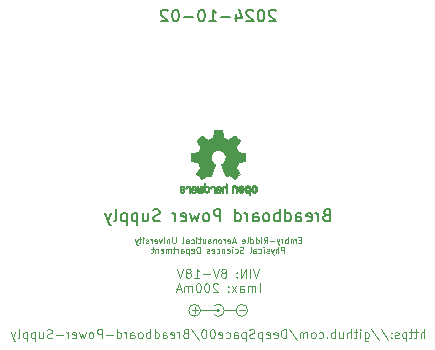
<source format=gbr>
%TF.GenerationSoftware,KiCad,Pcbnew,8.0.5-8.0.5-0~ubuntu24.04.1*%
%TF.CreationDate,2024-10-03T16:57:35-04:00*%
%TF.ProjectId,breadboard-power-supply,62726561-6462-46f6-9172-642d706f7765,rev?*%
%TF.SameCoordinates,Original*%
%TF.FileFunction,Legend,Bot*%
%TF.FilePolarity,Positive*%
%FSLAX46Y46*%
G04 Gerber Fmt 4.6, Leading zero omitted, Abs format (unit mm)*
G04 Created by KiCad (PCBNEW 8.0.5-8.0.5-0~ubuntu24.04.1) date 2024-10-03 16:57:35*
%MOMM*%
%LPD*%
G01*
G04 APERTURE LIST*
%ADD10C,0.100000*%
%ADD11C,0.175000*%
%ADD12C,0.150000*%
%ADD13C,0.120000*%
%ADD14C,0.010000*%
G04 APERTURE END LIST*
D10*
X126500000Y-116500000D02*
X125000000Y-116500000D01*
X127000000Y-116500000D02*
X128000000Y-116500000D01*
X125000000Y-116500000D02*
G75*
G02*
X124000000Y-116500000I-500000J0D01*
G01*
X124000000Y-116500000D02*
G75*
G02*
X125000000Y-116500000I500000J0D01*
G01*
X128250000Y-116500000D02*
X128750000Y-116500000D01*
X126146447Y-116146447D02*
G75*
G02*
X126146447Y-116853553I353553J-353553D01*
G01*
X124250000Y-116500000D02*
X124750000Y-116500000D01*
X129000000Y-116500000D02*
G75*
G02*
X128000000Y-116500000I-500000J0D01*
G01*
X128000000Y-116500000D02*
G75*
G02*
X129000000Y-116500000I500000J0D01*
G01*
D11*
X126587500Y-116500000D02*
G75*
G02*
X126412500Y-116500000I-87500J0D01*
G01*
X126412500Y-116500000D02*
G75*
G02*
X126587500Y-116500000I87500J0D01*
G01*
D10*
X124500000Y-116250000D02*
X124500000Y-116750000D01*
D12*
X131357142Y-91135057D02*
X131309523Y-91087438D01*
X131309523Y-91087438D02*
X131214285Y-91039819D01*
X131214285Y-91039819D02*
X130976190Y-91039819D01*
X130976190Y-91039819D02*
X130880952Y-91087438D01*
X130880952Y-91087438D02*
X130833333Y-91135057D01*
X130833333Y-91135057D02*
X130785714Y-91230295D01*
X130785714Y-91230295D02*
X130785714Y-91325533D01*
X130785714Y-91325533D02*
X130833333Y-91468390D01*
X130833333Y-91468390D02*
X131404761Y-92039819D01*
X131404761Y-92039819D02*
X130785714Y-92039819D01*
X130166666Y-91039819D02*
X130071428Y-91039819D01*
X130071428Y-91039819D02*
X129976190Y-91087438D01*
X129976190Y-91087438D02*
X129928571Y-91135057D01*
X129928571Y-91135057D02*
X129880952Y-91230295D01*
X129880952Y-91230295D02*
X129833333Y-91420771D01*
X129833333Y-91420771D02*
X129833333Y-91658866D01*
X129833333Y-91658866D02*
X129880952Y-91849342D01*
X129880952Y-91849342D02*
X129928571Y-91944580D01*
X129928571Y-91944580D02*
X129976190Y-91992200D01*
X129976190Y-91992200D02*
X130071428Y-92039819D01*
X130071428Y-92039819D02*
X130166666Y-92039819D01*
X130166666Y-92039819D02*
X130261904Y-91992200D01*
X130261904Y-91992200D02*
X130309523Y-91944580D01*
X130309523Y-91944580D02*
X130357142Y-91849342D01*
X130357142Y-91849342D02*
X130404761Y-91658866D01*
X130404761Y-91658866D02*
X130404761Y-91420771D01*
X130404761Y-91420771D02*
X130357142Y-91230295D01*
X130357142Y-91230295D02*
X130309523Y-91135057D01*
X130309523Y-91135057D02*
X130261904Y-91087438D01*
X130261904Y-91087438D02*
X130166666Y-91039819D01*
X129452380Y-91135057D02*
X129404761Y-91087438D01*
X129404761Y-91087438D02*
X129309523Y-91039819D01*
X129309523Y-91039819D02*
X129071428Y-91039819D01*
X129071428Y-91039819D02*
X128976190Y-91087438D01*
X128976190Y-91087438D02*
X128928571Y-91135057D01*
X128928571Y-91135057D02*
X128880952Y-91230295D01*
X128880952Y-91230295D02*
X128880952Y-91325533D01*
X128880952Y-91325533D02*
X128928571Y-91468390D01*
X128928571Y-91468390D02*
X129499999Y-92039819D01*
X129499999Y-92039819D02*
X128880952Y-92039819D01*
X128023809Y-91373152D02*
X128023809Y-92039819D01*
X128261904Y-90992200D02*
X128499999Y-91706485D01*
X128499999Y-91706485D02*
X127880952Y-91706485D01*
X127499999Y-91658866D02*
X126738095Y-91658866D01*
X125738095Y-92039819D02*
X126309523Y-92039819D01*
X126023809Y-92039819D02*
X126023809Y-91039819D01*
X126023809Y-91039819D02*
X126119047Y-91182676D01*
X126119047Y-91182676D02*
X126214285Y-91277914D01*
X126214285Y-91277914D02*
X126309523Y-91325533D01*
X125119047Y-91039819D02*
X125023809Y-91039819D01*
X125023809Y-91039819D02*
X124928571Y-91087438D01*
X124928571Y-91087438D02*
X124880952Y-91135057D01*
X124880952Y-91135057D02*
X124833333Y-91230295D01*
X124833333Y-91230295D02*
X124785714Y-91420771D01*
X124785714Y-91420771D02*
X124785714Y-91658866D01*
X124785714Y-91658866D02*
X124833333Y-91849342D01*
X124833333Y-91849342D02*
X124880952Y-91944580D01*
X124880952Y-91944580D02*
X124928571Y-91992200D01*
X124928571Y-91992200D02*
X125023809Y-92039819D01*
X125023809Y-92039819D02*
X125119047Y-92039819D01*
X125119047Y-92039819D02*
X125214285Y-91992200D01*
X125214285Y-91992200D02*
X125261904Y-91944580D01*
X125261904Y-91944580D02*
X125309523Y-91849342D01*
X125309523Y-91849342D02*
X125357142Y-91658866D01*
X125357142Y-91658866D02*
X125357142Y-91420771D01*
X125357142Y-91420771D02*
X125309523Y-91230295D01*
X125309523Y-91230295D02*
X125261904Y-91135057D01*
X125261904Y-91135057D02*
X125214285Y-91087438D01*
X125214285Y-91087438D02*
X125119047Y-91039819D01*
X124357142Y-91658866D02*
X123595238Y-91658866D01*
X122928571Y-91039819D02*
X122833333Y-91039819D01*
X122833333Y-91039819D02*
X122738095Y-91087438D01*
X122738095Y-91087438D02*
X122690476Y-91135057D01*
X122690476Y-91135057D02*
X122642857Y-91230295D01*
X122642857Y-91230295D02*
X122595238Y-91420771D01*
X122595238Y-91420771D02*
X122595238Y-91658866D01*
X122595238Y-91658866D02*
X122642857Y-91849342D01*
X122642857Y-91849342D02*
X122690476Y-91944580D01*
X122690476Y-91944580D02*
X122738095Y-91992200D01*
X122738095Y-91992200D02*
X122833333Y-92039819D01*
X122833333Y-92039819D02*
X122928571Y-92039819D01*
X122928571Y-92039819D02*
X123023809Y-91992200D01*
X123023809Y-91992200D02*
X123071428Y-91944580D01*
X123071428Y-91944580D02*
X123119047Y-91849342D01*
X123119047Y-91849342D02*
X123166666Y-91658866D01*
X123166666Y-91658866D02*
X123166666Y-91420771D01*
X123166666Y-91420771D02*
X123119047Y-91230295D01*
X123119047Y-91230295D02*
X123071428Y-91135057D01*
X123071428Y-91135057D02*
X123023809Y-91087438D01*
X123023809Y-91087438D02*
X122928571Y-91039819D01*
X122214285Y-91135057D02*
X122166666Y-91087438D01*
X122166666Y-91087438D02*
X122071428Y-91039819D01*
X122071428Y-91039819D02*
X121833333Y-91039819D01*
X121833333Y-91039819D02*
X121738095Y-91087438D01*
X121738095Y-91087438D02*
X121690476Y-91135057D01*
X121690476Y-91135057D02*
X121642857Y-91230295D01*
X121642857Y-91230295D02*
X121642857Y-91325533D01*
X121642857Y-91325533D02*
X121690476Y-91468390D01*
X121690476Y-91468390D02*
X122261904Y-92039819D01*
X122261904Y-92039819D02*
X121642857Y-92039819D01*
D10*
X133511903Y-110561718D02*
X133345236Y-110561718D01*
X133273808Y-110823623D02*
X133511903Y-110823623D01*
X133511903Y-110823623D02*
X133511903Y-110323623D01*
X133511903Y-110323623D02*
X133273808Y-110323623D01*
X133059522Y-110823623D02*
X133059522Y-110490290D01*
X133059522Y-110537909D02*
X133035712Y-110514099D01*
X133035712Y-110514099D02*
X132988093Y-110490290D01*
X132988093Y-110490290D02*
X132916665Y-110490290D01*
X132916665Y-110490290D02*
X132869046Y-110514099D01*
X132869046Y-110514099D02*
X132845236Y-110561718D01*
X132845236Y-110561718D02*
X132845236Y-110823623D01*
X132845236Y-110561718D02*
X132821427Y-110514099D01*
X132821427Y-110514099D02*
X132773808Y-110490290D01*
X132773808Y-110490290D02*
X132702379Y-110490290D01*
X132702379Y-110490290D02*
X132654760Y-110514099D01*
X132654760Y-110514099D02*
X132630950Y-110561718D01*
X132630950Y-110561718D02*
X132630950Y-110823623D01*
X132392855Y-110823623D02*
X132392855Y-110323623D01*
X132392855Y-110514099D02*
X132345236Y-110490290D01*
X132345236Y-110490290D02*
X132249998Y-110490290D01*
X132249998Y-110490290D02*
X132202379Y-110514099D01*
X132202379Y-110514099D02*
X132178569Y-110537909D01*
X132178569Y-110537909D02*
X132154760Y-110585528D01*
X132154760Y-110585528D02*
X132154760Y-110728385D01*
X132154760Y-110728385D02*
X132178569Y-110776004D01*
X132178569Y-110776004D02*
X132202379Y-110799814D01*
X132202379Y-110799814D02*
X132249998Y-110823623D01*
X132249998Y-110823623D02*
X132345236Y-110823623D01*
X132345236Y-110823623D02*
X132392855Y-110799814D01*
X131940474Y-110823623D02*
X131940474Y-110490290D01*
X131940474Y-110585528D02*
X131916664Y-110537909D01*
X131916664Y-110537909D02*
X131892855Y-110514099D01*
X131892855Y-110514099D02*
X131845236Y-110490290D01*
X131845236Y-110490290D02*
X131797617Y-110490290D01*
X131678569Y-110490290D02*
X131559521Y-110823623D01*
X131440474Y-110490290D02*
X131559521Y-110823623D01*
X131559521Y-110823623D02*
X131607140Y-110942671D01*
X131607140Y-110942671D02*
X131630950Y-110966480D01*
X131630950Y-110966480D02*
X131678569Y-110990290D01*
X131249998Y-110633147D02*
X130869046Y-110633147D01*
X130345236Y-110823623D02*
X130511902Y-110585528D01*
X130630950Y-110823623D02*
X130630950Y-110323623D01*
X130630950Y-110323623D02*
X130440474Y-110323623D01*
X130440474Y-110323623D02*
X130392855Y-110347433D01*
X130392855Y-110347433D02*
X130369045Y-110371242D01*
X130369045Y-110371242D02*
X130345236Y-110418861D01*
X130345236Y-110418861D02*
X130345236Y-110490290D01*
X130345236Y-110490290D02*
X130369045Y-110537909D01*
X130369045Y-110537909D02*
X130392855Y-110561718D01*
X130392855Y-110561718D02*
X130440474Y-110585528D01*
X130440474Y-110585528D02*
X130630950Y-110585528D01*
X130130950Y-110823623D02*
X130130950Y-110490290D01*
X130130950Y-110323623D02*
X130154759Y-110347433D01*
X130154759Y-110347433D02*
X130130950Y-110371242D01*
X130130950Y-110371242D02*
X130107140Y-110347433D01*
X130107140Y-110347433D02*
X130130950Y-110323623D01*
X130130950Y-110323623D02*
X130130950Y-110371242D01*
X129678569Y-110823623D02*
X129678569Y-110323623D01*
X129678569Y-110799814D02*
X129726188Y-110823623D01*
X129726188Y-110823623D02*
X129821426Y-110823623D01*
X129821426Y-110823623D02*
X129869045Y-110799814D01*
X129869045Y-110799814D02*
X129892855Y-110776004D01*
X129892855Y-110776004D02*
X129916664Y-110728385D01*
X129916664Y-110728385D02*
X129916664Y-110585528D01*
X129916664Y-110585528D02*
X129892855Y-110537909D01*
X129892855Y-110537909D02*
X129869045Y-110514099D01*
X129869045Y-110514099D02*
X129821426Y-110490290D01*
X129821426Y-110490290D02*
X129726188Y-110490290D01*
X129726188Y-110490290D02*
X129678569Y-110514099D01*
X129226188Y-110823623D02*
X129226188Y-110323623D01*
X129226188Y-110799814D02*
X129273807Y-110823623D01*
X129273807Y-110823623D02*
X129369045Y-110823623D01*
X129369045Y-110823623D02*
X129416664Y-110799814D01*
X129416664Y-110799814D02*
X129440474Y-110776004D01*
X129440474Y-110776004D02*
X129464283Y-110728385D01*
X129464283Y-110728385D02*
X129464283Y-110585528D01*
X129464283Y-110585528D02*
X129440474Y-110537909D01*
X129440474Y-110537909D02*
X129416664Y-110514099D01*
X129416664Y-110514099D02*
X129369045Y-110490290D01*
X129369045Y-110490290D02*
X129273807Y-110490290D01*
X129273807Y-110490290D02*
X129226188Y-110514099D01*
X128916664Y-110823623D02*
X128964283Y-110799814D01*
X128964283Y-110799814D02*
X128988093Y-110752194D01*
X128988093Y-110752194D02*
X128988093Y-110323623D01*
X128535712Y-110799814D02*
X128583331Y-110823623D01*
X128583331Y-110823623D02*
X128678569Y-110823623D01*
X128678569Y-110823623D02*
X128726188Y-110799814D01*
X128726188Y-110799814D02*
X128749997Y-110752194D01*
X128749997Y-110752194D02*
X128749997Y-110561718D01*
X128749997Y-110561718D02*
X128726188Y-110514099D01*
X128726188Y-110514099D02*
X128678569Y-110490290D01*
X128678569Y-110490290D02*
X128583331Y-110490290D01*
X128583331Y-110490290D02*
X128535712Y-110514099D01*
X128535712Y-110514099D02*
X128511902Y-110561718D01*
X128511902Y-110561718D02*
X128511902Y-110609337D01*
X128511902Y-110609337D02*
X128749997Y-110656956D01*
X127940474Y-110680766D02*
X127702379Y-110680766D01*
X127988093Y-110823623D02*
X127821427Y-110323623D01*
X127821427Y-110323623D02*
X127654760Y-110823623D01*
X127297618Y-110799814D02*
X127345237Y-110823623D01*
X127345237Y-110823623D02*
X127440475Y-110823623D01*
X127440475Y-110823623D02*
X127488094Y-110799814D01*
X127488094Y-110799814D02*
X127511903Y-110752194D01*
X127511903Y-110752194D02*
X127511903Y-110561718D01*
X127511903Y-110561718D02*
X127488094Y-110514099D01*
X127488094Y-110514099D02*
X127440475Y-110490290D01*
X127440475Y-110490290D02*
X127345237Y-110490290D01*
X127345237Y-110490290D02*
X127297618Y-110514099D01*
X127297618Y-110514099D02*
X127273808Y-110561718D01*
X127273808Y-110561718D02*
X127273808Y-110609337D01*
X127273808Y-110609337D02*
X127511903Y-110656956D01*
X127059523Y-110823623D02*
X127059523Y-110490290D01*
X127059523Y-110585528D02*
X127035713Y-110537909D01*
X127035713Y-110537909D02*
X127011904Y-110514099D01*
X127011904Y-110514099D02*
X126964285Y-110490290D01*
X126964285Y-110490290D02*
X126916666Y-110490290D01*
X126678570Y-110823623D02*
X126726189Y-110799814D01*
X126726189Y-110799814D02*
X126749999Y-110776004D01*
X126749999Y-110776004D02*
X126773808Y-110728385D01*
X126773808Y-110728385D02*
X126773808Y-110585528D01*
X126773808Y-110585528D02*
X126749999Y-110537909D01*
X126749999Y-110537909D02*
X126726189Y-110514099D01*
X126726189Y-110514099D02*
X126678570Y-110490290D01*
X126678570Y-110490290D02*
X126607142Y-110490290D01*
X126607142Y-110490290D02*
X126559523Y-110514099D01*
X126559523Y-110514099D02*
X126535713Y-110537909D01*
X126535713Y-110537909D02*
X126511904Y-110585528D01*
X126511904Y-110585528D02*
X126511904Y-110728385D01*
X126511904Y-110728385D02*
X126535713Y-110776004D01*
X126535713Y-110776004D02*
X126559523Y-110799814D01*
X126559523Y-110799814D02*
X126607142Y-110823623D01*
X126607142Y-110823623D02*
X126678570Y-110823623D01*
X126297618Y-110490290D02*
X126297618Y-110823623D01*
X126297618Y-110537909D02*
X126273808Y-110514099D01*
X126273808Y-110514099D02*
X126226189Y-110490290D01*
X126226189Y-110490290D02*
X126154761Y-110490290D01*
X126154761Y-110490290D02*
X126107142Y-110514099D01*
X126107142Y-110514099D02*
X126083332Y-110561718D01*
X126083332Y-110561718D02*
X126083332Y-110823623D01*
X125630951Y-110823623D02*
X125630951Y-110561718D01*
X125630951Y-110561718D02*
X125654761Y-110514099D01*
X125654761Y-110514099D02*
X125702380Y-110490290D01*
X125702380Y-110490290D02*
X125797618Y-110490290D01*
X125797618Y-110490290D02*
X125845237Y-110514099D01*
X125630951Y-110799814D02*
X125678570Y-110823623D01*
X125678570Y-110823623D02*
X125797618Y-110823623D01*
X125797618Y-110823623D02*
X125845237Y-110799814D01*
X125845237Y-110799814D02*
X125869046Y-110752194D01*
X125869046Y-110752194D02*
X125869046Y-110704575D01*
X125869046Y-110704575D02*
X125845237Y-110656956D01*
X125845237Y-110656956D02*
X125797618Y-110633147D01*
X125797618Y-110633147D02*
X125678570Y-110633147D01*
X125678570Y-110633147D02*
X125630951Y-110609337D01*
X125178570Y-110490290D02*
X125178570Y-110823623D01*
X125392856Y-110490290D02*
X125392856Y-110752194D01*
X125392856Y-110752194D02*
X125369046Y-110799814D01*
X125369046Y-110799814D02*
X125321427Y-110823623D01*
X125321427Y-110823623D02*
X125249999Y-110823623D01*
X125249999Y-110823623D02*
X125202380Y-110799814D01*
X125202380Y-110799814D02*
X125178570Y-110776004D01*
X125011903Y-110490290D02*
X124821427Y-110490290D01*
X124940475Y-110323623D02*
X124940475Y-110752194D01*
X124940475Y-110752194D02*
X124916665Y-110799814D01*
X124916665Y-110799814D02*
X124869046Y-110823623D01*
X124869046Y-110823623D02*
X124821427Y-110823623D01*
X124654761Y-110823623D02*
X124654761Y-110490290D01*
X124654761Y-110323623D02*
X124678570Y-110347433D01*
X124678570Y-110347433D02*
X124654761Y-110371242D01*
X124654761Y-110371242D02*
X124630951Y-110347433D01*
X124630951Y-110347433D02*
X124654761Y-110323623D01*
X124654761Y-110323623D02*
X124654761Y-110371242D01*
X124202380Y-110799814D02*
X124249999Y-110823623D01*
X124249999Y-110823623D02*
X124345237Y-110823623D01*
X124345237Y-110823623D02*
X124392856Y-110799814D01*
X124392856Y-110799814D02*
X124416666Y-110776004D01*
X124416666Y-110776004D02*
X124440475Y-110728385D01*
X124440475Y-110728385D02*
X124440475Y-110585528D01*
X124440475Y-110585528D02*
X124416666Y-110537909D01*
X124416666Y-110537909D02*
X124392856Y-110514099D01*
X124392856Y-110514099D02*
X124345237Y-110490290D01*
X124345237Y-110490290D02*
X124249999Y-110490290D01*
X124249999Y-110490290D02*
X124202380Y-110514099D01*
X123773809Y-110823623D02*
X123773809Y-110561718D01*
X123773809Y-110561718D02*
X123797619Y-110514099D01*
X123797619Y-110514099D02*
X123845238Y-110490290D01*
X123845238Y-110490290D02*
X123940476Y-110490290D01*
X123940476Y-110490290D02*
X123988095Y-110514099D01*
X123773809Y-110799814D02*
X123821428Y-110823623D01*
X123821428Y-110823623D02*
X123940476Y-110823623D01*
X123940476Y-110823623D02*
X123988095Y-110799814D01*
X123988095Y-110799814D02*
X124011904Y-110752194D01*
X124011904Y-110752194D02*
X124011904Y-110704575D01*
X124011904Y-110704575D02*
X123988095Y-110656956D01*
X123988095Y-110656956D02*
X123940476Y-110633147D01*
X123940476Y-110633147D02*
X123821428Y-110633147D01*
X123821428Y-110633147D02*
X123773809Y-110609337D01*
X123464285Y-110823623D02*
X123511904Y-110799814D01*
X123511904Y-110799814D02*
X123535714Y-110752194D01*
X123535714Y-110752194D02*
X123535714Y-110323623D01*
X122892857Y-110323623D02*
X122892857Y-110728385D01*
X122892857Y-110728385D02*
X122869047Y-110776004D01*
X122869047Y-110776004D02*
X122845238Y-110799814D01*
X122845238Y-110799814D02*
X122797619Y-110823623D01*
X122797619Y-110823623D02*
X122702381Y-110823623D01*
X122702381Y-110823623D02*
X122654762Y-110799814D01*
X122654762Y-110799814D02*
X122630952Y-110776004D01*
X122630952Y-110776004D02*
X122607143Y-110728385D01*
X122607143Y-110728385D02*
X122607143Y-110323623D01*
X122369047Y-110490290D02*
X122369047Y-110823623D01*
X122369047Y-110537909D02*
X122345237Y-110514099D01*
X122345237Y-110514099D02*
X122297618Y-110490290D01*
X122297618Y-110490290D02*
X122226190Y-110490290D01*
X122226190Y-110490290D02*
X122178571Y-110514099D01*
X122178571Y-110514099D02*
X122154761Y-110561718D01*
X122154761Y-110561718D02*
X122154761Y-110823623D01*
X121916666Y-110823623D02*
X121916666Y-110490290D01*
X121916666Y-110323623D02*
X121940475Y-110347433D01*
X121940475Y-110347433D02*
X121916666Y-110371242D01*
X121916666Y-110371242D02*
X121892856Y-110347433D01*
X121892856Y-110347433D02*
X121916666Y-110323623D01*
X121916666Y-110323623D02*
X121916666Y-110371242D01*
X121726190Y-110490290D02*
X121607142Y-110823623D01*
X121607142Y-110823623D02*
X121488095Y-110490290D01*
X121107143Y-110799814D02*
X121154762Y-110823623D01*
X121154762Y-110823623D02*
X121250000Y-110823623D01*
X121250000Y-110823623D02*
X121297619Y-110799814D01*
X121297619Y-110799814D02*
X121321428Y-110752194D01*
X121321428Y-110752194D02*
X121321428Y-110561718D01*
X121321428Y-110561718D02*
X121297619Y-110514099D01*
X121297619Y-110514099D02*
X121250000Y-110490290D01*
X121250000Y-110490290D02*
X121154762Y-110490290D01*
X121154762Y-110490290D02*
X121107143Y-110514099D01*
X121107143Y-110514099D02*
X121083333Y-110561718D01*
X121083333Y-110561718D02*
X121083333Y-110609337D01*
X121083333Y-110609337D02*
X121321428Y-110656956D01*
X120869048Y-110823623D02*
X120869048Y-110490290D01*
X120869048Y-110585528D02*
X120845238Y-110537909D01*
X120845238Y-110537909D02*
X120821429Y-110514099D01*
X120821429Y-110514099D02*
X120773810Y-110490290D01*
X120773810Y-110490290D02*
X120726191Y-110490290D01*
X120583333Y-110799814D02*
X120535714Y-110823623D01*
X120535714Y-110823623D02*
X120440476Y-110823623D01*
X120440476Y-110823623D02*
X120392857Y-110799814D01*
X120392857Y-110799814D02*
X120369048Y-110752194D01*
X120369048Y-110752194D02*
X120369048Y-110728385D01*
X120369048Y-110728385D02*
X120392857Y-110680766D01*
X120392857Y-110680766D02*
X120440476Y-110656956D01*
X120440476Y-110656956D02*
X120511905Y-110656956D01*
X120511905Y-110656956D02*
X120559524Y-110633147D01*
X120559524Y-110633147D02*
X120583333Y-110585528D01*
X120583333Y-110585528D02*
X120583333Y-110561718D01*
X120583333Y-110561718D02*
X120559524Y-110514099D01*
X120559524Y-110514099D02*
X120511905Y-110490290D01*
X120511905Y-110490290D02*
X120440476Y-110490290D01*
X120440476Y-110490290D02*
X120392857Y-110514099D01*
X120154762Y-110823623D02*
X120154762Y-110490290D01*
X120154762Y-110323623D02*
X120178571Y-110347433D01*
X120178571Y-110347433D02*
X120154762Y-110371242D01*
X120154762Y-110371242D02*
X120130952Y-110347433D01*
X120130952Y-110347433D02*
X120154762Y-110323623D01*
X120154762Y-110323623D02*
X120154762Y-110371242D01*
X119988095Y-110490290D02*
X119797619Y-110490290D01*
X119916667Y-110323623D02*
X119916667Y-110752194D01*
X119916667Y-110752194D02*
X119892857Y-110799814D01*
X119892857Y-110799814D02*
X119845238Y-110823623D01*
X119845238Y-110823623D02*
X119797619Y-110823623D01*
X119678572Y-110490290D02*
X119559524Y-110823623D01*
X119440477Y-110490290D02*
X119559524Y-110823623D01*
X119559524Y-110823623D02*
X119607143Y-110942671D01*
X119607143Y-110942671D02*
X119630953Y-110966480D01*
X119630953Y-110966480D02*
X119678572Y-110990290D01*
X132095235Y-111628595D02*
X132095235Y-111128595D01*
X132095235Y-111128595D02*
X131904759Y-111128595D01*
X131904759Y-111128595D02*
X131857140Y-111152405D01*
X131857140Y-111152405D02*
X131833330Y-111176214D01*
X131833330Y-111176214D02*
X131809521Y-111223833D01*
X131809521Y-111223833D02*
X131809521Y-111295262D01*
X131809521Y-111295262D02*
X131833330Y-111342881D01*
X131833330Y-111342881D02*
X131857140Y-111366690D01*
X131857140Y-111366690D02*
X131904759Y-111390500D01*
X131904759Y-111390500D02*
X132095235Y-111390500D01*
X131595235Y-111628595D02*
X131595235Y-111128595D01*
X131380949Y-111628595D02*
X131380949Y-111366690D01*
X131380949Y-111366690D02*
X131404759Y-111319071D01*
X131404759Y-111319071D02*
X131452378Y-111295262D01*
X131452378Y-111295262D02*
X131523806Y-111295262D01*
X131523806Y-111295262D02*
X131571425Y-111319071D01*
X131571425Y-111319071D02*
X131595235Y-111342881D01*
X131190473Y-111295262D02*
X131071425Y-111628595D01*
X130952378Y-111295262D02*
X131071425Y-111628595D01*
X131071425Y-111628595D02*
X131119044Y-111747643D01*
X131119044Y-111747643D02*
X131142854Y-111771452D01*
X131142854Y-111771452D02*
X131190473Y-111795262D01*
X130785711Y-111604786D02*
X130738092Y-111628595D01*
X130738092Y-111628595D02*
X130642854Y-111628595D01*
X130642854Y-111628595D02*
X130595235Y-111604786D01*
X130595235Y-111604786D02*
X130571426Y-111557166D01*
X130571426Y-111557166D02*
X130571426Y-111533357D01*
X130571426Y-111533357D02*
X130595235Y-111485738D01*
X130595235Y-111485738D02*
X130642854Y-111461928D01*
X130642854Y-111461928D02*
X130714283Y-111461928D01*
X130714283Y-111461928D02*
X130761902Y-111438119D01*
X130761902Y-111438119D02*
X130785711Y-111390500D01*
X130785711Y-111390500D02*
X130785711Y-111366690D01*
X130785711Y-111366690D02*
X130761902Y-111319071D01*
X130761902Y-111319071D02*
X130714283Y-111295262D01*
X130714283Y-111295262D02*
X130642854Y-111295262D01*
X130642854Y-111295262D02*
X130595235Y-111319071D01*
X130357140Y-111628595D02*
X130357140Y-111295262D01*
X130357140Y-111128595D02*
X130380949Y-111152405D01*
X130380949Y-111152405D02*
X130357140Y-111176214D01*
X130357140Y-111176214D02*
X130333330Y-111152405D01*
X130333330Y-111152405D02*
X130357140Y-111128595D01*
X130357140Y-111128595D02*
X130357140Y-111176214D01*
X129904759Y-111604786D02*
X129952378Y-111628595D01*
X129952378Y-111628595D02*
X130047616Y-111628595D01*
X130047616Y-111628595D02*
X130095235Y-111604786D01*
X130095235Y-111604786D02*
X130119045Y-111580976D01*
X130119045Y-111580976D02*
X130142854Y-111533357D01*
X130142854Y-111533357D02*
X130142854Y-111390500D01*
X130142854Y-111390500D02*
X130119045Y-111342881D01*
X130119045Y-111342881D02*
X130095235Y-111319071D01*
X130095235Y-111319071D02*
X130047616Y-111295262D01*
X130047616Y-111295262D02*
X129952378Y-111295262D01*
X129952378Y-111295262D02*
X129904759Y-111319071D01*
X129476188Y-111628595D02*
X129476188Y-111366690D01*
X129476188Y-111366690D02*
X129499998Y-111319071D01*
X129499998Y-111319071D02*
X129547617Y-111295262D01*
X129547617Y-111295262D02*
X129642855Y-111295262D01*
X129642855Y-111295262D02*
X129690474Y-111319071D01*
X129476188Y-111604786D02*
X129523807Y-111628595D01*
X129523807Y-111628595D02*
X129642855Y-111628595D01*
X129642855Y-111628595D02*
X129690474Y-111604786D01*
X129690474Y-111604786D02*
X129714283Y-111557166D01*
X129714283Y-111557166D02*
X129714283Y-111509547D01*
X129714283Y-111509547D02*
X129690474Y-111461928D01*
X129690474Y-111461928D02*
X129642855Y-111438119D01*
X129642855Y-111438119D02*
X129523807Y-111438119D01*
X129523807Y-111438119D02*
X129476188Y-111414309D01*
X129166664Y-111628595D02*
X129214283Y-111604786D01*
X129214283Y-111604786D02*
X129238093Y-111557166D01*
X129238093Y-111557166D02*
X129238093Y-111128595D01*
X128619045Y-111604786D02*
X128547617Y-111628595D01*
X128547617Y-111628595D02*
X128428569Y-111628595D01*
X128428569Y-111628595D02*
X128380950Y-111604786D01*
X128380950Y-111604786D02*
X128357141Y-111580976D01*
X128357141Y-111580976D02*
X128333331Y-111533357D01*
X128333331Y-111533357D02*
X128333331Y-111485738D01*
X128333331Y-111485738D02*
X128357141Y-111438119D01*
X128357141Y-111438119D02*
X128380950Y-111414309D01*
X128380950Y-111414309D02*
X128428569Y-111390500D01*
X128428569Y-111390500D02*
X128523807Y-111366690D01*
X128523807Y-111366690D02*
X128571426Y-111342881D01*
X128571426Y-111342881D02*
X128595236Y-111319071D01*
X128595236Y-111319071D02*
X128619045Y-111271452D01*
X128619045Y-111271452D02*
X128619045Y-111223833D01*
X128619045Y-111223833D02*
X128595236Y-111176214D01*
X128595236Y-111176214D02*
X128571426Y-111152405D01*
X128571426Y-111152405D02*
X128523807Y-111128595D01*
X128523807Y-111128595D02*
X128404760Y-111128595D01*
X128404760Y-111128595D02*
X128333331Y-111152405D01*
X127904760Y-111604786D02*
X127952379Y-111628595D01*
X127952379Y-111628595D02*
X128047617Y-111628595D01*
X128047617Y-111628595D02*
X128095236Y-111604786D01*
X128095236Y-111604786D02*
X128119046Y-111580976D01*
X128119046Y-111580976D02*
X128142855Y-111533357D01*
X128142855Y-111533357D02*
X128142855Y-111390500D01*
X128142855Y-111390500D02*
X128119046Y-111342881D01*
X128119046Y-111342881D02*
X128095236Y-111319071D01*
X128095236Y-111319071D02*
X128047617Y-111295262D01*
X128047617Y-111295262D02*
X127952379Y-111295262D01*
X127952379Y-111295262D02*
X127904760Y-111319071D01*
X127690475Y-111628595D02*
X127690475Y-111295262D01*
X127690475Y-111128595D02*
X127714284Y-111152405D01*
X127714284Y-111152405D02*
X127690475Y-111176214D01*
X127690475Y-111176214D02*
X127666665Y-111152405D01*
X127666665Y-111152405D02*
X127690475Y-111128595D01*
X127690475Y-111128595D02*
X127690475Y-111176214D01*
X127261904Y-111604786D02*
X127309523Y-111628595D01*
X127309523Y-111628595D02*
X127404761Y-111628595D01*
X127404761Y-111628595D02*
X127452380Y-111604786D01*
X127452380Y-111604786D02*
X127476189Y-111557166D01*
X127476189Y-111557166D02*
X127476189Y-111366690D01*
X127476189Y-111366690D02*
X127452380Y-111319071D01*
X127452380Y-111319071D02*
X127404761Y-111295262D01*
X127404761Y-111295262D02*
X127309523Y-111295262D01*
X127309523Y-111295262D02*
X127261904Y-111319071D01*
X127261904Y-111319071D02*
X127238094Y-111366690D01*
X127238094Y-111366690D02*
X127238094Y-111414309D01*
X127238094Y-111414309D02*
X127476189Y-111461928D01*
X127023809Y-111295262D02*
X127023809Y-111628595D01*
X127023809Y-111342881D02*
X126999999Y-111319071D01*
X126999999Y-111319071D02*
X126952380Y-111295262D01*
X126952380Y-111295262D02*
X126880952Y-111295262D01*
X126880952Y-111295262D02*
X126833333Y-111319071D01*
X126833333Y-111319071D02*
X126809523Y-111366690D01*
X126809523Y-111366690D02*
X126809523Y-111628595D01*
X126357142Y-111604786D02*
X126404761Y-111628595D01*
X126404761Y-111628595D02*
X126499999Y-111628595D01*
X126499999Y-111628595D02*
X126547618Y-111604786D01*
X126547618Y-111604786D02*
X126571428Y-111580976D01*
X126571428Y-111580976D02*
X126595237Y-111533357D01*
X126595237Y-111533357D02*
X126595237Y-111390500D01*
X126595237Y-111390500D02*
X126571428Y-111342881D01*
X126571428Y-111342881D02*
X126547618Y-111319071D01*
X126547618Y-111319071D02*
X126499999Y-111295262D01*
X126499999Y-111295262D02*
X126404761Y-111295262D01*
X126404761Y-111295262D02*
X126357142Y-111319071D01*
X125952381Y-111604786D02*
X126000000Y-111628595D01*
X126000000Y-111628595D02*
X126095238Y-111628595D01*
X126095238Y-111628595D02*
X126142857Y-111604786D01*
X126142857Y-111604786D02*
X126166666Y-111557166D01*
X126166666Y-111557166D02*
X126166666Y-111366690D01*
X126166666Y-111366690D02*
X126142857Y-111319071D01*
X126142857Y-111319071D02*
X126095238Y-111295262D01*
X126095238Y-111295262D02*
X126000000Y-111295262D01*
X126000000Y-111295262D02*
X125952381Y-111319071D01*
X125952381Y-111319071D02*
X125928571Y-111366690D01*
X125928571Y-111366690D02*
X125928571Y-111414309D01*
X125928571Y-111414309D02*
X126166666Y-111461928D01*
X125738095Y-111604786D02*
X125690476Y-111628595D01*
X125690476Y-111628595D02*
X125595238Y-111628595D01*
X125595238Y-111628595D02*
X125547619Y-111604786D01*
X125547619Y-111604786D02*
X125523810Y-111557166D01*
X125523810Y-111557166D02*
X125523810Y-111533357D01*
X125523810Y-111533357D02*
X125547619Y-111485738D01*
X125547619Y-111485738D02*
X125595238Y-111461928D01*
X125595238Y-111461928D02*
X125666667Y-111461928D01*
X125666667Y-111461928D02*
X125714286Y-111438119D01*
X125714286Y-111438119D02*
X125738095Y-111390500D01*
X125738095Y-111390500D02*
X125738095Y-111366690D01*
X125738095Y-111366690D02*
X125714286Y-111319071D01*
X125714286Y-111319071D02*
X125666667Y-111295262D01*
X125666667Y-111295262D02*
X125595238Y-111295262D01*
X125595238Y-111295262D02*
X125547619Y-111319071D01*
X124928572Y-111628595D02*
X124928572Y-111128595D01*
X124928572Y-111128595D02*
X124809524Y-111128595D01*
X124809524Y-111128595D02*
X124738096Y-111152405D01*
X124738096Y-111152405D02*
X124690477Y-111200024D01*
X124690477Y-111200024D02*
X124666667Y-111247643D01*
X124666667Y-111247643D02*
X124642858Y-111342881D01*
X124642858Y-111342881D02*
X124642858Y-111414309D01*
X124642858Y-111414309D02*
X124666667Y-111509547D01*
X124666667Y-111509547D02*
X124690477Y-111557166D01*
X124690477Y-111557166D02*
X124738096Y-111604786D01*
X124738096Y-111604786D02*
X124809524Y-111628595D01*
X124809524Y-111628595D02*
X124928572Y-111628595D01*
X124238096Y-111604786D02*
X124285715Y-111628595D01*
X124285715Y-111628595D02*
X124380953Y-111628595D01*
X124380953Y-111628595D02*
X124428572Y-111604786D01*
X124428572Y-111604786D02*
X124452381Y-111557166D01*
X124452381Y-111557166D02*
X124452381Y-111366690D01*
X124452381Y-111366690D02*
X124428572Y-111319071D01*
X124428572Y-111319071D02*
X124380953Y-111295262D01*
X124380953Y-111295262D02*
X124285715Y-111295262D01*
X124285715Y-111295262D02*
X124238096Y-111319071D01*
X124238096Y-111319071D02*
X124214286Y-111366690D01*
X124214286Y-111366690D02*
X124214286Y-111414309D01*
X124214286Y-111414309D02*
X124452381Y-111461928D01*
X124000001Y-111295262D02*
X124000001Y-111795262D01*
X124000001Y-111319071D02*
X123952382Y-111295262D01*
X123952382Y-111295262D02*
X123857144Y-111295262D01*
X123857144Y-111295262D02*
X123809525Y-111319071D01*
X123809525Y-111319071D02*
X123785715Y-111342881D01*
X123785715Y-111342881D02*
X123761906Y-111390500D01*
X123761906Y-111390500D02*
X123761906Y-111533357D01*
X123761906Y-111533357D02*
X123785715Y-111580976D01*
X123785715Y-111580976D02*
X123809525Y-111604786D01*
X123809525Y-111604786D02*
X123857144Y-111628595D01*
X123857144Y-111628595D02*
X123952382Y-111628595D01*
X123952382Y-111628595D02*
X124000001Y-111604786D01*
X123333334Y-111628595D02*
X123333334Y-111366690D01*
X123333334Y-111366690D02*
X123357144Y-111319071D01*
X123357144Y-111319071D02*
X123404763Y-111295262D01*
X123404763Y-111295262D02*
X123500001Y-111295262D01*
X123500001Y-111295262D02*
X123547620Y-111319071D01*
X123333334Y-111604786D02*
X123380953Y-111628595D01*
X123380953Y-111628595D02*
X123500001Y-111628595D01*
X123500001Y-111628595D02*
X123547620Y-111604786D01*
X123547620Y-111604786D02*
X123571429Y-111557166D01*
X123571429Y-111557166D02*
X123571429Y-111509547D01*
X123571429Y-111509547D02*
X123547620Y-111461928D01*
X123547620Y-111461928D02*
X123500001Y-111438119D01*
X123500001Y-111438119D02*
X123380953Y-111438119D01*
X123380953Y-111438119D02*
X123333334Y-111414309D01*
X123095239Y-111628595D02*
X123095239Y-111295262D01*
X123095239Y-111390500D02*
X123071429Y-111342881D01*
X123071429Y-111342881D02*
X123047620Y-111319071D01*
X123047620Y-111319071D02*
X123000001Y-111295262D01*
X123000001Y-111295262D02*
X122952382Y-111295262D01*
X122857143Y-111295262D02*
X122666667Y-111295262D01*
X122785715Y-111128595D02*
X122785715Y-111557166D01*
X122785715Y-111557166D02*
X122761905Y-111604786D01*
X122761905Y-111604786D02*
X122714286Y-111628595D01*
X122714286Y-111628595D02*
X122666667Y-111628595D01*
X122500001Y-111628595D02*
X122500001Y-111295262D01*
X122500001Y-111342881D02*
X122476191Y-111319071D01*
X122476191Y-111319071D02*
X122428572Y-111295262D01*
X122428572Y-111295262D02*
X122357144Y-111295262D01*
X122357144Y-111295262D02*
X122309525Y-111319071D01*
X122309525Y-111319071D02*
X122285715Y-111366690D01*
X122285715Y-111366690D02*
X122285715Y-111628595D01*
X122285715Y-111366690D02*
X122261906Y-111319071D01*
X122261906Y-111319071D02*
X122214287Y-111295262D01*
X122214287Y-111295262D02*
X122142858Y-111295262D01*
X122142858Y-111295262D02*
X122095239Y-111319071D01*
X122095239Y-111319071D02*
X122071429Y-111366690D01*
X122071429Y-111366690D02*
X122071429Y-111628595D01*
X121642858Y-111604786D02*
X121690477Y-111628595D01*
X121690477Y-111628595D02*
X121785715Y-111628595D01*
X121785715Y-111628595D02*
X121833334Y-111604786D01*
X121833334Y-111604786D02*
X121857143Y-111557166D01*
X121857143Y-111557166D02*
X121857143Y-111366690D01*
X121857143Y-111366690D02*
X121833334Y-111319071D01*
X121833334Y-111319071D02*
X121785715Y-111295262D01*
X121785715Y-111295262D02*
X121690477Y-111295262D01*
X121690477Y-111295262D02*
X121642858Y-111319071D01*
X121642858Y-111319071D02*
X121619048Y-111366690D01*
X121619048Y-111366690D02*
X121619048Y-111414309D01*
X121619048Y-111414309D02*
X121857143Y-111461928D01*
X121404763Y-111295262D02*
X121404763Y-111628595D01*
X121404763Y-111342881D02*
X121380953Y-111319071D01*
X121380953Y-111319071D02*
X121333334Y-111295262D01*
X121333334Y-111295262D02*
X121261906Y-111295262D01*
X121261906Y-111295262D02*
X121214287Y-111319071D01*
X121214287Y-111319071D02*
X121190477Y-111366690D01*
X121190477Y-111366690D02*
X121190477Y-111628595D01*
X121023810Y-111295262D02*
X120833334Y-111295262D01*
X120952382Y-111128595D02*
X120952382Y-111557166D01*
X120952382Y-111557166D02*
X120928572Y-111604786D01*
X120928572Y-111604786D02*
X120880953Y-111628595D01*
X120880953Y-111628595D02*
X120833334Y-111628595D01*
D12*
X135642858Y-108431009D02*
X135500001Y-108478628D01*
X135500001Y-108478628D02*
X135452382Y-108526247D01*
X135452382Y-108526247D02*
X135404763Y-108621485D01*
X135404763Y-108621485D02*
X135404763Y-108764342D01*
X135404763Y-108764342D02*
X135452382Y-108859580D01*
X135452382Y-108859580D02*
X135500001Y-108907200D01*
X135500001Y-108907200D02*
X135595239Y-108954819D01*
X135595239Y-108954819D02*
X135976191Y-108954819D01*
X135976191Y-108954819D02*
X135976191Y-107954819D01*
X135976191Y-107954819D02*
X135642858Y-107954819D01*
X135642858Y-107954819D02*
X135547620Y-108002438D01*
X135547620Y-108002438D02*
X135500001Y-108050057D01*
X135500001Y-108050057D02*
X135452382Y-108145295D01*
X135452382Y-108145295D02*
X135452382Y-108240533D01*
X135452382Y-108240533D02*
X135500001Y-108335771D01*
X135500001Y-108335771D02*
X135547620Y-108383390D01*
X135547620Y-108383390D02*
X135642858Y-108431009D01*
X135642858Y-108431009D02*
X135976191Y-108431009D01*
X134976191Y-108954819D02*
X134976191Y-108288152D01*
X134976191Y-108478628D02*
X134928572Y-108383390D01*
X134928572Y-108383390D02*
X134880953Y-108335771D01*
X134880953Y-108335771D02*
X134785715Y-108288152D01*
X134785715Y-108288152D02*
X134690477Y-108288152D01*
X133976191Y-108907200D02*
X134071429Y-108954819D01*
X134071429Y-108954819D02*
X134261905Y-108954819D01*
X134261905Y-108954819D02*
X134357143Y-108907200D01*
X134357143Y-108907200D02*
X134404762Y-108811961D01*
X134404762Y-108811961D02*
X134404762Y-108431009D01*
X134404762Y-108431009D02*
X134357143Y-108335771D01*
X134357143Y-108335771D02*
X134261905Y-108288152D01*
X134261905Y-108288152D02*
X134071429Y-108288152D01*
X134071429Y-108288152D02*
X133976191Y-108335771D01*
X133976191Y-108335771D02*
X133928572Y-108431009D01*
X133928572Y-108431009D02*
X133928572Y-108526247D01*
X133928572Y-108526247D02*
X134404762Y-108621485D01*
X133071429Y-108954819D02*
X133071429Y-108431009D01*
X133071429Y-108431009D02*
X133119048Y-108335771D01*
X133119048Y-108335771D02*
X133214286Y-108288152D01*
X133214286Y-108288152D02*
X133404762Y-108288152D01*
X133404762Y-108288152D02*
X133500000Y-108335771D01*
X133071429Y-108907200D02*
X133166667Y-108954819D01*
X133166667Y-108954819D02*
X133404762Y-108954819D01*
X133404762Y-108954819D02*
X133500000Y-108907200D01*
X133500000Y-108907200D02*
X133547619Y-108811961D01*
X133547619Y-108811961D02*
X133547619Y-108716723D01*
X133547619Y-108716723D02*
X133500000Y-108621485D01*
X133500000Y-108621485D02*
X133404762Y-108573866D01*
X133404762Y-108573866D02*
X133166667Y-108573866D01*
X133166667Y-108573866D02*
X133071429Y-108526247D01*
X132166667Y-108954819D02*
X132166667Y-107954819D01*
X132166667Y-108907200D02*
X132261905Y-108954819D01*
X132261905Y-108954819D02*
X132452381Y-108954819D01*
X132452381Y-108954819D02*
X132547619Y-108907200D01*
X132547619Y-108907200D02*
X132595238Y-108859580D01*
X132595238Y-108859580D02*
X132642857Y-108764342D01*
X132642857Y-108764342D02*
X132642857Y-108478628D01*
X132642857Y-108478628D02*
X132595238Y-108383390D01*
X132595238Y-108383390D02*
X132547619Y-108335771D01*
X132547619Y-108335771D02*
X132452381Y-108288152D01*
X132452381Y-108288152D02*
X132261905Y-108288152D01*
X132261905Y-108288152D02*
X132166667Y-108335771D01*
X131690476Y-108954819D02*
X131690476Y-107954819D01*
X131690476Y-108335771D02*
X131595238Y-108288152D01*
X131595238Y-108288152D02*
X131404762Y-108288152D01*
X131404762Y-108288152D02*
X131309524Y-108335771D01*
X131309524Y-108335771D02*
X131261905Y-108383390D01*
X131261905Y-108383390D02*
X131214286Y-108478628D01*
X131214286Y-108478628D02*
X131214286Y-108764342D01*
X131214286Y-108764342D02*
X131261905Y-108859580D01*
X131261905Y-108859580D02*
X131309524Y-108907200D01*
X131309524Y-108907200D02*
X131404762Y-108954819D01*
X131404762Y-108954819D02*
X131595238Y-108954819D01*
X131595238Y-108954819D02*
X131690476Y-108907200D01*
X130642857Y-108954819D02*
X130738095Y-108907200D01*
X130738095Y-108907200D02*
X130785714Y-108859580D01*
X130785714Y-108859580D02*
X130833333Y-108764342D01*
X130833333Y-108764342D02*
X130833333Y-108478628D01*
X130833333Y-108478628D02*
X130785714Y-108383390D01*
X130785714Y-108383390D02*
X130738095Y-108335771D01*
X130738095Y-108335771D02*
X130642857Y-108288152D01*
X130642857Y-108288152D02*
X130500000Y-108288152D01*
X130500000Y-108288152D02*
X130404762Y-108335771D01*
X130404762Y-108335771D02*
X130357143Y-108383390D01*
X130357143Y-108383390D02*
X130309524Y-108478628D01*
X130309524Y-108478628D02*
X130309524Y-108764342D01*
X130309524Y-108764342D02*
X130357143Y-108859580D01*
X130357143Y-108859580D02*
X130404762Y-108907200D01*
X130404762Y-108907200D02*
X130500000Y-108954819D01*
X130500000Y-108954819D02*
X130642857Y-108954819D01*
X129452381Y-108954819D02*
X129452381Y-108431009D01*
X129452381Y-108431009D02*
X129500000Y-108335771D01*
X129500000Y-108335771D02*
X129595238Y-108288152D01*
X129595238Y-108288152D02*
X129785714Y-108288152D01*
X129785714Y-108288152D02*
X129880952Y-108335771D01*
X129452381Y-108907200D02*
X129547619Y-108954819D01*
X129547619Y-108954819D02*
X129785714Y-108954819D01*
X129785714Y-108954819D02*
X129880952Y-108907200D01*
X129880952Y-108907200D02*
X129928571Y-108811961D01*
X129928571Y-108811961D02*
X129928571Y-108716723D01*
X129928571Y-108716723D02*
X129880952Y-108621485D01*
X129880952Y-108621485D02*
X129785714Y-108573866D01*
X129785714Y-108573866D02*
X129547619Y-108573866D01*
X129547619Y-108573866D02*
X129452381Y-108526247D01*
X128976190Y-108954819D02*
X128976190Y-108288152D01*
X128976190Y-108478628D02*
X128928571Y-108383390D01*
X128928571Y-108383390D02*
X128880952Y-108335771D01*
X128880952Y-108335771D02*
X128785714Y-108288152D01*
X128785714Y-108288152D02*
X128690476Y-108288152D01*
X127928571Y-108954819D02*
X127928571Y-107954819D01*
X127928571Y-108907200D02*
X128023809Y-108954819D01*
X128023809Y-108954819D02*
X128214285Y-108954819D01*
X128214285Y-108954819D02*
X128309523Y-108907200D01*
X128309523Y-108907200D02*
X128357142Y-108859580D01*
X128357142Y-108859580D02*
X128404761Y-108764342D01*
X128404761Y-108764342D02*
X128404761Y-108478628D01*
X128404761Y-108478628D02*
X128357142Y-108383390D01*
X128357142Y-108383390D02*
X128309523Y-108335771D01*
X128309523Y-108335771D02*
X128214285Y-108288152D01*
X128214285Y-108288152D02*
X128023809Y-108288152D01*
X128023809Y-108288152D02*
X127928571Y-108335771D01*
X126690475Y-108954819D02*
X126690475Y-107954819D01*
X126690475Y-107954819D02*
X126309523Y-107954819D01*
X126309523Y-107954819D02*
X126214285Y-108002438D01*
X126214285Y-108002438D02*
X126166666Y-108050057D01*
X126166666Y-108050057D02*
X126119047Y-108145295D01*
X126119047Y-108145295D02*
X126119047Y-108288152D01*
X126119047Y-108288152D02*
X126166666Y-108383390D01*
X126166666Y-108383390D02*
X126214285Y-108431009D01*
X126214285Y-108431009D02*
X126309523Y-108478628D01*
X126309523Y-108478628D02*
X126690475Y-108478628D01*
X125547618Y-108954819D02*
X125642856Y-108907200D01*
X125642856Y-108907200D02*
X125690475Y-108859580D01*
X125690475Y-108859580D02*
X125738094Y-108764342D01*
X125738094Y-108764342D02*
X125738094Y-108478628D01*
X125738094Y-108478628D02*
X125690475Y-108383390D01*
X125690475Y-108383390D02*
X125642856Y-108335771D01*
X125642856Y-108335771D02*
X125547618Y-108288152D01*
X125547618Y-108288152D02*
X125404761Y-108288152D01*
X125404761Y-108288152D02*
X125309523Y-108335771D01*
X125309523Y-108335771D02*
X125261904Y-108383390D01*
X125261904Y-108383390D02*
X125214285Y-108478628D01*
X125214285Y-108478628D02*
X125214285Y-108764342D01*
X125214285Y-108764342D02*
X125261904Y-108859580D01*
X125261904Y-108859580D02*
X125309523Y-108907200D01*
X125309523Y-108907200D02*
X125404761Y-108954819D01*
X125404761Y-108954819D02*
X125547618Y-108954819D01*
X124880951Y-108288152D02*
X124690475Y-108954819D01*
X124690475Y-108954819D02*
X124499999Y-108478628D01*
X124499999Y-108478628D02*
X124309523Y-108954819D01*
X124309523Y-108954819D02*
X124119047Y-108288152D01*
X123357142Y-108907200D02*
X123452380Y-108954819D01*
X123452380Y-108954819D02*
X123642856Y-108954819D01*
X123642856Y-108954819D02*
X123738094Y-108907200D01*
X123738094Y-108907200D02*
X123785713Y-108811961D01*
X123785713Y-108811961D02*
X123785713Y-108431009D01*
X123785713Y-108431009D02*
X123738094Y-108335771D01*
X123738094Y-108335771D02*
X123642856Y-108288152D01*
X123642856Y-108288152D02*
X123452380Y-108288152D01*
X123452380Y-108288152D02*
X123357142Y-108335771D01*
X123357142Y-108335771D02*
X123309523Y-108431009D01*
X123309523Y-108431009D02*
X123309523Y-108526247D01*
X123309523Y-108526247D02*
X123785713Y-108621485D01*
X122880951Y-108954819D02*
X122880951Y-108288152D01*
X122880951Y-108478628D02*
X122833332Y-108383390D01*
X122833332Y-108383390D02*
X122785713Y-108335771D01*
X122785713Y-108335771D02*
X122690475Y-108288152D01*
X122690475Y-108288152D02*
X122595237Y-108288152D01*
X121547617Y-108907200D02*
X121404760Y-108954819D01*
X121404760Y-108954819D02*
X121166665Y-108954819D01*
X121166665Y-108954819D02*
X121071427Y-108907200D01*
X121071427Y-108907200D02*
X121023808Y-108859580D01*
X121023808Y-108859580D02*
X120976189Y-108764342D01*
X120976189Y-108764342D02*
X120976189Y-108669104D01*
X120976189Y-108669104D02*
X121023808Y-108573866D01*
X121023808Y-108573866D02*
X121071427Y-108526247D01*
X121071427Y-108526247D02*
X121166665Y-108478628D01*
X121166665Y-108478628D02*
X121357141Y-108431009D01*
X121357141Y-108431009D02*
X121452379Y-108383390D01*
X121452379Y-108383390D02*
X121499998Y-108335771D01*
X121499998Y-108335771D02*
X121547617Y-108240533D01*
X121547617Y-108240533D02*
X121547617Y-108145295D01*
X121547617Y-108145295D02*
X121499998Y-108050057D01*
X121499998Y-108050057D02*
X121452379Y-108002438D01*
X121452379Y-108002438D02*
X121357141Y-107954819D01*
X121357141Y-107954819D02*
X121119046Y-107954819D01*
X121119046Y-107954819D02*
X120976189Y-108002438D01*
X120119046Y-108288152D02*
X120119046Y-108954819D01*
X120547617Y-108288152D02*
X120547617Y-108811961D01*
X120547617Y-108811961D02*
X120499998Y-108907200D01*
X120499998Y-108907200D02*
X120404760Y-108954819D01*
X120404760Y-108954819D02*
X120261903Y-108954819D01*
X120261903Y-108954819D02*
X120166665Y-108907200D01*
X120166665Y-108907200D02*
X120119046Y-108859580D01*
X119642855Y-108288152D02*
X119642855Y-109288152D01*
X119642855Y-108335771D02*
X119547617Y-108288152D01*
X119547617Y-108288152D02*
X119357141Y-108288152D01*
X119357141Y-108288152D02*
X119261903Y-108335771D01*
X119261903Y-108335771D02*
X119214284Y-108383390D01*
X119214284Y-108383390D02*
X119166665Y-108478628D01*
X119166665Y-108478628D02*
X119166665Y-108764342D01*
X119166665Y-108764342D02*
X119214284Y-108859580D01*
X119214284Y-108859580D02*
X119261903Y-108907200D01*
X119261903Y-108907200D02*
X119357141Y-108954819D01*
X119357141Y-108954819D02*
X119547617Y-108954819D01*
X119547617Y-108954819D02*
X119642855Y-108907200D01*
X118738093Y-108288152D02*
X118738093Y-109288152D01*
X118738093Y-108335771D02*
X118642855Y-108288152D01*
X118642855Y-108288152D02*
X118452379Y-108288152D01*
X118452379Y-108288152D02*
X118357141Y-108335771D01*
X118357141Y-108335771D02*
X118309522Y-108383390D01*
X118309522Y-108383390D02*
X118261903Y-108478628D01*
X118261903Y-108478628D02*
X118261903Y-108764342D01*
X118261903Y-108764342D02*
X118309522Y-108859580D01*
X118309522Y-108859580D02*
X118357141Y-108907200D01*
X118357141Y-108907200D02*
X118452379Y-108954819D01*
X118452379Y-108954819D02*
X118642855Y-108954819D01*
X118642855Y-108954819D02*
X118738093Y-108907200D01*
X117690474Y-108954819D02*
X117785712Y-108907200D01*
X117785712Y-108907200D02*
X117833331Y-108811961D01*
X117833331Y-108811961D02*
X117833331Y-107954819D01*
X117404759Y-108288152D02*
X117166664Y-108954819D01*
X116928569Y-108288152D02*
X117166664Y-108954819D01*
X117166664Y-108954819D02*
X117261902Y-109192914D01*
X117261902Y-109192914D02*
X117309521Y-109240533D01*
X117309521Y-109240533D02*
X117404759Y-109288152D01*
D13*
X143964280Y-118840724D02*
X143964280Y-118090724D01*
X143642852Y-118840724D02*
X143642852Y-118447867D01*
X143642852Y-118447867D02*
X143678566Y-118376438D01*
X143678566Y-118376438D02*
X143749994Y-118340724D01*
X143749994Y-118340724D02*
X143857137Y-118340724D01*
X143857137Y-118340724D02*
X143928566Y-118376438D01*
X143928566Y-118376438D02*
X143964280Y-118412152D01*
X143392852Y-118340724D02*
X143107138Y-118340724D01*
X143285709Y-118090724D02*
X143285709Y-118733581D01*
X143285709Y-118733581D02*
X143249995Y-118805010D01*
X143249995Y-118805010D02*
X143178566Y-118840724D01*
X143178566Y-118840724D02*
X143107138Y-118840724D01*
X142964281Y-118340724D02*
X142678567Y-118340724D01*
X142857138Y-118090724D02*
X142857138Y-118733581D01*
X142857138Y-118733581D02*
X142821424Y-118805010D01*
X142821424Y-118805010D02*
X142749995Y-118840724D01*
X142749995Y-118840724D02*
X142678567Y-118840724D01*
X142428567Y-118340724D02*
X142428567Y-119090724D01*
X142428567Y-118376438D02*
X142357139Y-118340724D01*
X142357139Y-118340724D02*
X142214281Y-118340724D01*
X142214281Y-118340724D02*
X142142853Y-118376438D01*
X142142853Y-118376438D02*
X142107139Y-118412152D01*
X142107139Y-118412152D02*
X142071424Y-118483581D01*
X142071424Y-118483581D02*
X142071424Y-118697867D01*
X142071424Y-118697867D02*
X142107139Y-118769295D01*
X142107139Y-118769295D02*
X142142853Y-118805010D01*
X142142853Y-118805010D02*
X142214281Y-118840724D01*
X142214281Y-118840724D02*
X142357139Y-118840724D01*
X142357139Y-118840724D02*
X142428567Y-118805010D01*
X141785710Y-118805010D02*
X141714282Y-118840724D01*
X141714282Y-118840724D02*
X141571425Y-118840724D01*
X141571425Y-118840724D02*
X141499996Y-118805010D01*
X141499996Y-118805010D02*
X141464282Y-118733581D01*
X141464282Y-118733581D02*
X141464282Y-118697867D01*
X141464282Y-118697867D02*
X141499996Y-118626438D01*
X141499996Y-118626438D02*
X141571425Y-118590724D01*
X141571425Y-118590724D02*
X141678568Y-118590724D01*
X141678568Y-118590724D02*
X141749996Y-118555010D01*
X141749996Y-118555010D02*
X141785710Y-118483581D01*
X141785710Y-118483581D02*
X141785710Y-118447867D01*
X141785710Y-118447867D02*
X141749996Y-118376438D01*
X141749996Y-118376438D02*
X141678568Y-118340724D01*
X141678568Y-118340724D02*
X141571425Y-118340724D01*
X141571425Y-118340724D02*
X141499996Y-118376438D01*
X141142853Y-118769295D02*
X141107139Y-118805010D01*
X141107139Y-118805010D02*
X141142853Y-118840724D01*
X141142853Y-118840724D02*
X141178567Y-118805010D01*
X141178567Y-118805010D02*
X141142853Y-118769295D01*
X141142853Y-118769295D02*
X141142853Y-118840724D01*
X141142853Y-118376438D02*
X141107139Y-118412152D01*
X141107139Y-118412152D02*
X141142853Y-118447867D01*
X141142853Y-118447867D02*
X141178567Y-118412152D01*
X141178567Y-118412152D02*
X141142853Y-118376438D01*
X141142853Y-118376438D02*
X141142853Y-118447867D01*
X140249996Y-118055010D02*
X140892853Y-119019295D01*
X139464282Y-118055010D02*
X140107139Y-119019295D01*
X138892854Y-118340724D02*
X138892854Y-118947867D01*
X138892854Y-118947867D02*
X138928568Y-119019295D01*
X138928568Y-119019295D02*
X138964282Y-119055010D01*
X138964282Y-119055010D02*
X139035711Y-119090724D01*
X139035711Y-119090724D02*
X139142854Y-119090724D01*
X139142854Y-119090724D02*
X139214282Y-119055010D01*
X138892854Y-118805010D02*
X138964282Y-118840724D01*
X138964282Y-118840724D02*
X139107139Y-118840724D01*
X139107139Y-118840724D02*
X139178568Y-118805010D01*
X139178568Y-118805010D02*
X139214282Y-118769295D01*
X139214282Y-118769295D02*
X139249996Y-118697867D01*
X139249996Y-118697867D02*
X139249996Y-118483581D01*
X139249996Y-118483581D02*
X139214282Y-118412152D01*
X139214282Y-118412152D02*
X139178568Y-118376438D01*
X139178568Y-118376438D02*
X139107139Y-118340724D01*
X139107139Y-118340724D02*
X138964282Y-118340724D01*
X138964282Y-118340724D02*
X138892854Y-118376438D01*
X138535711Y-118840724D02*
X138535711Y-118340724D01*
X138535711Y-118090724D02*
X138571425Y-118126438D01*
X138571425Y-118126438D02*
X138535711Y-118162152D01*
X138535711Y-118162152D02*
X138499997Y-118126438D01*
X138499997Y-118126438D02*
X138535711Y-118090724D01*
X138535711Y-118090724D02*
X138535711Y-118162152D01*
X138285711Y-118340724D02*
X137999997Y-118340724D01*
X138178568Y-118090724D02*
X138178568Y-118733581D01*
X138178568Y-118733581D02*
X138142854Y-118805010D01*
X138142854Y-118805010D02*
X138071425Y-118840724D01*
X138071425Y-118840724D02*
X137999997Y-118840724D01*
X137749997Y-118840724D02*
X137749997Y-118090724D01*
X137428569Y-118840724D02*
X137428569Y-118447867D01*
X137428569Y-118447867D02*
X137464283Y-118376438D01*
X137464283Y-118376438D02*
X137535711Y-118340724D01*
X137535711Y-118340724D02*
X137642854Y-118340724D01*
X137642854Y-118340724D02*
X137714283Y-118376438D01*
X137714283Y-118376438D02*
X137749997Y-118412152D01*
X136749998Y-118340724D02*
X136749998Y-118840724D01*
X137071426Y-118340724D02*
X137071426Y-118733581D01*
X137071426Y-118733581D02*
X137035712Y-118805010D01*
X137035712Y-118805010D02*
X136964283Y-118840724D01*
X136964283Y-118840724D02*
X136857140Y-118840724D01*
X136857140Y-118840724D02*
X136785712Y-118805010D01*
X136785712Y-118805010D02*
X136749998Y-118769295D01*
X136392855Y-118840724D02*
X136392855Y-118090724D01*
X136392855Y-118376438D02*
X136321427Y-118340724D01*
X136321427Y-118340724D02*
X136178569Y-118340724D01*
X136178569Y-118340724D02*
X136107141Y-118376438D01*
X136107141Y-118376438D02*
X136071427Y-118412152D01*
X136071427Y-118412152D02*
X136035712Y-118483581D01*
X136035712Y-118483581D02*
X136035712Y-118697867D01*
X136035712Y-118697867D02*
X136071427Y-118769295D01*
X136071427Y-118769295D02*
X136107141Y-118805010D01*
X136107141Y-118805010D02*
X136178569Y-118840724D01*
X136178569Y-118840724D02*
X136321427Y-118840724D01*
X136321427Y-118840724D02*
X136392855Y-118805010D01*
X135714284Y-118769295D02*
X135678570Y-118805010D01*
X135678570Y-118805010D02*
X135714284Y-118840724D01*
X135714284Y-118840724D02*
X135749998Y-118805010D01*
X135749998Y-118805010D02*
X135714284Y-118769295D01*
X135714284Y-118769295D02*
X135714284Y-118840724D01*
X135035713Y-118805010D02*
X135107141Y-118840724D01*
X135107141Y-118840724D02*
X135249998Y-118840724D01*
X135249998Y-118840724D02*
X135321427Y-118805010D01*
X135321427Y-118805010D02*
X135357141Y-118769295D01*
X135357141Y-118769295D02*
X135392855Y-118697867D01*
X135392855Y-118697867D02*
X135392855Y-118483581D01*
X135392855Y-118483581D02*
X135357141Y-118412152D01*
X135357141Y-118412152D02*
X135321427Y-118376438D01*
X135321427Y-118376438D02*
X135249998Y-118340724D01*
X135249998Y-118340724D02*
X135107141Y-118340724D01*
X135107141Y-118340724D02*
X135035713Y-118376438D01*
X134607141Y-118840724D02*
X134678570Y-118805010D01*
X134678570Y-118805010D02*
X134714284Y-118769295D01*
X134714284Y-118769295D02*
X134749998Y-118697867D01*
X134749998Y-118697867D02*
X134749998Y-118483581D01*
X134749998Y-118483581D02*
X134714284Y-118412152D01*
X134714284Y-118412152D02*
X134678570Y-118376438D01*
X134678570Y-118376438D02*
X134607141Y-118340724D01*
X134607141Y-118340724D02*
X134499998Y-118340724D01*
X134499998Y-118340724D02*
X134428570Y-118376438D01*
X134428570Y-118376438D02*
X134392856Y-118412152D01*
X134392856Y-118412152D02*
X134357141Y-118483581D01*
X134357141Y-118483581D02*
X134357141Y-118697867D01*
X134357141Y-118697867D02*
X134392856Y-118769295D01*
X134392856Y-118769295D02*
X134428570Y-118805010D01*
X134428570Y-118805010D02*
X134499998Y-118840724D01*
X134499998Y-118840724D02*
X134607141Y-118840724D01*
X134035713Y-118840724D02*
X134035713Y-118340724D01*
X134035713Y-118412152D02*
X133999999Y-118376438D01*
X133999999Y-118376438D02*
X133928570Y-118340724D01*
X133928570Y-118340724D02*
X133821427Y-118340724D01*
X133821427Y-118340724D02*
X133749999Y-118376438D01*
X133749999Y-118376438D02*
X133714285Y-118447867D01*
X133714285Y-118447867D02*
X133714285Y-118840724D01*
X133714285Y-118447867D02*
X133678570Y-118376438D01*
X133678570Y-118376438D02*
X133607142Y-118340724D01*
X133607142Y-118340724D02*
X133499999Y-118340724D01*
X133499999Y-118340724D02*
X133428570Y-118376438D01*
X133428570Y-118376438D02*
X133392856Y-118447867D01*
X133392856Y-118447867D02*
X133392856Y-118840724D01*
X132499999Y-118055010D02*
X133142856Y-119019295D01*
X132249999Y-118840724D02*
X132249999Y-118090724D01*
X132249999Y-118090724D02*
X132071428Y-118090724D01*
X132071428Y-118090724D02*
X131964285Y-118126438D01*
X131964285Y-118126438D02*
X131892856Y-118197867D01*
X131892856Y-118197867D02*
X131857142Y-118269295D01*
X131857142Y-118269295D02*
X131821428Y-118412152D01*
X131821428Y-118412152D02*
X131821428Y-118519295D01*
X131821428Y-118519295D02*
X131857142Y-118662152D01*
X131857142Y-118662152D02*
X131892856Y-118733581D01*
X131892856Y-118733581D02*
X131964285Y-118805010D01*
X131964285Y-118805010D02*
X132071428Y-118840724D01*
X132071428Y-118840724D02*
X132249999Y-118840724D01*
X131214285Y-118805010D02*
X131285713Y-118840724D01*
X131285713Y-118840724D02*
X131428571Y-118840724D01*
X131428571Y-118840724D02*
X131499999Y-118805010D01*
X131499999Y-118805010D02*
X131535713Y-118733581D01*
X131535713Y-118733581D02*
X131535713Y-118447867D01*
X131535713Y-118447867D02*
X131499999Y-118376438D01*
X131499999Y-118376438D02*
X131428571Y-118340724D01*
X131428571Y-118340724D02*
X131285713Y-118340724D01*
X131285713Y-118340724D02*
X131214285Y-118376438D01*
X131214285Y-118376438D02*
X131178571Y-118447867D01*
X131178571Y-118447867D02*
X131178571Y-118519295D01*
X131178571Y-118519295D02*
X131535713Y-118590724D01*
X130571428Y-118805010D02*
X130642856Y-118840724D01*
X130642856Y-118840724D02*
X130785714Y-118840724D01*
X130785714Y-118840724D02*
X130857142Y-118805010D01*
X130857142Y-118805010D02*
X130892856Y-118733581D01*
X130892856Y-118733581D02*
X130892856Y-118447867D01*
X130892856Y-118447867D02*
X130857142Y-118376438D01*
X130857142Y-118376438D02*
X130785714Y-118340724D01*
X130785714Y-118340724D02*
X130642856Y-118340724D01*
X130642856Y-118340724D02*
X130571428Y-118376438D01*
X130571428Y-118376438D02*
X130535714Y-118447867D01*
X130535714Y-118447867D02*
X130535714Y-118519295D01*
X130535714Y-118519295D02*
X130892856Y-118590724D01*
X130214285Y-118340724D02*
X130214285Y-119090724D01*
X130214285Y-118376438D02*
X130142857Y-118340724D01*
X130142857Y-118340724D02*
X129999999Y-118340724D01*
X129999999Y-118340724D02*
X129928571Y-118376438D01*
X129928571Y-118376438D02*
X129892857Y-118412152D01*
X129892857Y-118412152D02*
X129857142Y-118483581D01*
X129857142Y-118483581D02*
X129857142Y-118697867D01*
X129857142Y-118697867D02*
X129892857Y-118769295D01*
X129892857Y-118769295D02*
X129928571Y-118805010D01*
X129928571Y-118805010D02*
X129999999Y-118840724D01*
X129999999Y-118840724D02*
X130142857Y-118840724D01*
X130142857Y-118840724D02*
X130214285Y-118805010D01*
X129571428Y-118805010D02*
X129464286Y-118840724D01*
X129464286Y-118840724D02*
X129285714Y-118840724D01*
X129285714Y-118840724D02*
X129214286Y-118805010D01*
X129214286Y-118805010D02*
X129178571Y-118769295D01*
X129178571Y-118769295D02*
X129142857Y-118697867D01*
X129142857Y-118697867D02*
X129142857Y-118626438D01*
X129142857Y-118626438D02*
X129178571Y-118555010D01*
X129178571Y-118555010D02*
X129214286Y-118519295D01*
X129214286Y-118519295D02*
X129285714Y-118483581D01*
X129285714Y-118483581D02*
X129428571Y-118447867D01*
X129428571Y-118447867D02*
X129500000Y-118412152D01*
X129500000Y-118412152D02*
X129535714Y-118376438D01*
X129535714Y-118376438D02*
X129571428Y-118305010D01*
X129571428Y-118305010D02*
X129571428Y-118233581D01*
X129571428Y-118233581D02*
X129535714Y-118162152D01*
X129535714Y-118162152D02*
X129500000Y-118126438D01*
X129500000Y-118126438D02*
X129428571Y-118090724D01*
X129428571Y-118090724D02*
X129250000Y-118090724D01*
X129250000Y-118090724D02*
X129142857Y-118126438D01*
X128821428Y-118340724D02*
X128821428Y-119090724D01*
X128821428Y-118376438D02*
X128750000Y-118340724D01*
X128750000Y-118340724D02*
X128607142Y-118340724D01*
X128607142Y-118340724D02*
X128535714Y-118376438D01*
X128535714Y-118376438D02*
X128500000Y-118412152D01*
X128500000Y-118412152D02*
X128464285Y-118483581D01*
X128464285Y-118483581D02*
X128464285Y-118697867D01*
X128464285Y-118697867D02*
X128500000Y-118769295D01*
X128500000Y-118769295D02*
X128535714Y-118805010D01*
X128535714Y-118805010D02*
X128607142Y-118840724D01*
X128607142Y-118840724D02*
X128750000Y-118840724D01*
X128750000Y-118840724D02*
X128821428Y-118805010D01*
X127821429Y-118840724D02*
X127821429Y-118447867D01*
X127821429Y-118447867D02*
X127857143Y-118376438D01*
X127857143Y-118376438D02*
X127928571Y-118340724D01*
X127928571Y-118340724D02*
X128071429Y-118340724D01*
X128071429Y-118340724D02*
X128142857Y-118376438D01*
X127821429Y-118805010D02*
X127892857Y-118840724D01*
X127892857Y-118840724D02*
X128071429Y-118840724D01*
X128071429Y-118840724D02*
X128142857Y-118805010D01*
X128142857Y-118805010D02*
X128178571Y-118733581D01*
X128178571Y-118733581D02*
X128178571Y-118662152D01*
X128178571Y-118662152D02*
X128142857Y-118590724D01*
X128142857Y-118590724D02*
X128071429Y-118555010D01*
X128071429Y-118555010D02*
X127892857Y-118555010D01*
X127892857Y-118555010D02*
X127821429Y-118519295D01*
X127142858Y-118805010D02*
X127214286Y-118840724D01*
X127214286Y-118840724D02*
X127357143Y-118840724D01*
X127357143Y-118840724D02*
X127428572Y-118805010D01*
X127428572Y-118805010D02*
X127464286Y-118769295D01*
X127464286Y-118769295D02*
X127500000Y-118697867D01*
X127500000Y-118697867D02*
X127500000Y-118483581D01*
X127500000Y-118483581D02*
X127464286Y-118412152D01*
X127464286Y-118412152D02*
X127428572Y-118376438D01*
X127428572Y-118376438D02*
X127357143Y-118340724D01*
X127357143Y-118340724D02*
X127214286Y-118340724D01*
X127214286Y-118340724D02*
X127142858Y-118376438D01*
X126535715Y-118805010D02*
X126607143Y-118840724D01*
X126607143Y-118840724D02*
X126750001Y-118840724D01*
X126750001Y-118840724D02*
X126821429Y-118805010D01*
X126821429Y-118805010D02*
X126857143Y-118733581D01*
X126857143Y-118733581D02*
X126857143Y-118447867D01*
X126857143Y-118447867D02*
X126821429Y-118376438D01*
X126821429Y-118376438D02*
X126750001Y-118340724D01*
X126750001Y-118340724D02*
X126607143Y-118340724D01*
X126607143Y-118340724D02*
X126535715Y-118376438D01*
X126535715Y-118376438D02*
X126500001Y-118447867D01*
X126500001Y-118447867D02*
X126500001Y-118519295D01*
X126500001Y-118519295D02*
X126857143Y-118590724D01*
X126035715Y-118090724D02*
X125964286Y-118090724D01*
X125964286Y-118090724D02*
X125892858Y-118126438D01*
X125892858Y-118126438D02*
X125857144Y-118162152D01*
X125857144Y-118162152D02*
X125821429Y-118233581D01*
X125821429Y-118233581D02*
X125785715Y-118376438D01*
X125785715Y-118376438D02*
X125785715Y-118555010D01*
X125785715Y-118555010D02*
X125821429Y-118697867D01*
X125821429Y-118697867D02*
X125857144Y-118769295D01*
X125857144Y-118769295D02*
X125892858Y-118805010D01*
X125892858Y-118805010D02*
X125964286Y-118840724D01*
X125964286Y-118840724D02*
X126035715Y-118840724D01*
X126035715Y-118840724D02*
X126107144Y-118805010D01*
X126107144Y-118805010D02*
X126142858Y-118769295D01*
X126142858Y-118769295D02*
X126178572Y-118697867D01*
X126178572Y-118697867D02*
X126214286Y-118555010D01*
X126214286Y-118555010D02*
X126214286Y-118376438D01*
X126214286Y-118376438D02*
X126178572Y-118233581D01*
X126178572Y-118233581D02*
X126142858Y-118162152D01*
X126142858Y-118162152D02*
X126107144Y-118126438D01*
X126107144Y-118126438D02*
X126035715Y-118090724D01*
X125321429Y-118090724D02*
X125250000Y-118090724D01*
X125250000Y-118090724D02*
X125178572Y-118126438D01*
X125178572Y-118126438D02*
X125142858Y-118162152D01*
X125142858Y-118162152D02*
X125107143Y-118233581D01*
X125107143Y-118233581D02*
X125071429Y-118376438D01*
X125071429Y-118376438D02*
X125071429Y-118555010D01*
X125071429Y-118555010D02*
X125107143Y-118697867D01*
X125107143Y-118697867D02*
X125142858Y-118769295D01*
X125142858Y-118769295D02*
X125178572Y-118805010D01*
X125178572Y-118805010D02*
X125250000Y-118840724D01*
X125250000Y-118840724D02*
X125321429Y-118840724D01*
X125321429Y-118840724D02*
X125392858Y-118805010D01*
X125392858Y-118805010D02*
X125428572Y-118769295D01*
X125428572Y-118769295D02*
X125464286Y-118697867D01*
X125464286Y-118697867D02*
X125500000Y-118555010D01*
X125500000Y-118555010D02*
X125500000Y-118376438D01*
X125500000Y-118376438D02*
X125464286Y-118233581D01*
X125464286Y-118233581D02*
X125428572Y-118162152D01*
X125428572Y-118162152D02*
X125392858Y-118126438D01*
X125392858Y-118126438D02*
X125321429Y-118090724D01*
X124214286Y-118055010D02*
X124857143Y-119019295D01*
X123714286Y-118447867D02*
X123607143Y-118483581D01*
X123607143Y-118483581D02*
X123571429Y-118519295D01*
X123571429Y-118519295D02*
X123535715Y-118590724D01*
X123535715Y-118590724D02*
X123535715Y-118697867D01*
X123535715Y-118697867D02*
X123571429Y-118769295D01*
X123571429Y-118769295D02*
X123607143Y-118805010D01*
X123607143Y-118805010D02*
X123678572Y-118840724D01*
X123678572Y-118840724D02*
X123964286Y-118840724D01*
X123964286Y-118840724D02*
X123964286Y-118090724D01*
X123964286Y-118090724D02*
X123714286Y-118090724D01*
X123714286Y-118090724D02*
X123642858Y-118126438D01*
X123642858Y-118126438D02*
X123607143Y-118162152D01*
X123607143Y-118162152D02*
X123571429Y-118233581D01*
X123571429Y-118233581D02*
X123571429Y-118305010D01*
X123571429Y-118305010D02*
X123607143Y-118376438D01*
X123607143Y-118376438D02*
X123642858Y-118412152D01*
X123642858Y-118412152D02*
X123714286Y-118447867D01*
X123714286Y-118447867D02*
X123964286Y-118447867D01*
X123214286Y-118840724D02*
X123214286Y-118340724D01*
X123214286Y-118483581D02*
X123178572Y-118412152D01*
X123178572Y-118412152D02*
X123142858Y-118376438D01*
X123142858Y-118376438D02*
X123071429Y-118340724D01*
X123071429Y-118340724D02*
X123000000Y-118340724D01*
X122464286Y-118805010D02*
X122535714Y-118840724D01*
X122535714Y-118840724D02*
X122678572Y-118840724D01*
X122678572Y-118840724D02*
X122750000Y-118805010D01*
X122750000Y-118805010D02*
X122785714Y-118733581D01*
X122785714Y-118733581D02*
X122785714Y-118447867D01*
X122785714Y-118447867D02*
X122750000Y-118376438D01*
X122750000Y-118376438D02*
X122678572Y-118340724D01*
X122678572Y-118340724D02*
X122535714Y-118340724D01*
X122535714Y-118340724D02*
X122464286Y-118376438D01*
X122464286Y-118376438D02*
X122428572Y-118447867D01*
X122428572Y-118447867D02*
X122428572Y-118519295D01*
X122428572Y-118519295D02*
X122785714Y-118590724D01*
X121785715Y-118840724D02*
X121785715Y-118447867D01*
X121785715Y-118447867D02*
X121821429Y-118376438D01*
X121821429Y-118376438D02*
X121892857Y-118340724D01*
X121892857Y-118340724D02*
X122035715Y-118340724D01*
X122035715Y-118340724D02*
X122107143Y-118376438D01*
X121785715Y-118805010D02*
X121857143Y-118840724D01*
X121857143Y-118840724D02*
X122035715Y-118840724D01*
X122035715Y-118840724D02*
X122107143Y-118805010D01*
X122107143Y-118805010D02*
X122142857Y-118733581D01*
X122142857Y-118733581D02*
X122142857Y-118662152D01*
X122142857Y-118662152D02*
X122107143Y-118590724D01*
X122107143Y-118590724D02*
X122035715Y-118555010D01*
X122035715Y-118555010D02*
X121857143Y-118555010D01*
X121857143Y-118555010D02*
X121785715Y-118519295D01*
X121107144Y-118840724D02*
X121107144Y-118090724D01*
X121107144Y-118805010D02*
X121178572Y-118840724D01*
X121178572Y-118840724D02*
X121321429Y-118840724D01*
X121321429Y-118840724D02*
X121392858Y-118805010D01*
X121392858Y-118805010D02*
X121428572Y-118769295D01*
X121428572Y-118769295D02*
X121464286Y-118697867D01*
X121464286Y-118697867D02*
X121464286Y-118483581D01*
X121464286Y-118483581D02*
X121428572Y-118412152D01*
X121428572Y-118412152D02*
X121392858Y-118376438D01*
X121392858Y-118376438D02*
X121321429Y-118340724D01*
X121321429Y-118340724D02*
X121178572Y-118340724D01*
X121178572Y-118340724D02*
X121107144Y-118376438D01*
X120750001Y-118840724D02*
X120750001Y-118090724D01*
X120750001Y-118376438D02*
X120678573Y-118340724D01*
X120678573Y-118340724D02*
X120535715Y-118340724D01*
X120535715Y-118340724D02*
X120464287Y-118376438D01*
X120464287Y-118376438D02*
X120428573Y-118412152D01*
X120428573Y-118412152D02*
X120392858Y-118483581D01*
X120392858Y-118483581D02*
X120392858Y-118697867D01*
X120392858Y-118697867D02*
X120428573Y-118769295D01*
X120428573Y-118769295D02*
X120464287Y-118805010D01*
X120464287Y-118805010D02*
X120535715Y-118840724D01*
X120535715Y-118840724D02*
X120678573Y-118840724D01*
X120678573Y-118840724D02*
X120750001Y-118805010D01*
X119964287Y-118840724D02*
X120035716Y-118805010D01*
X120035716Y-118805010D02*
X120071430Y-118769295D01*
X120071430Y-118769295D02*
X120107144Y-118697867D01*
X120107144Y-118697867D02*
X120107144Y-118483581D01*
X120107144Y-118483581D02*
X120071430Y-118412152D01*
X120071430Y-118412152D02*
X120035716Y-118376438D01*
X120035716Y-118376438D02*
X119964287Y-118340724D01*
X119964287Y-118340724D02*
X119857144Y-118340724D01*
X119857144Y-118340724D02*
X119785716Y-118376438D01*
X119785716Y-118376438D02*
X119750002Y-118412152D01*
X119750002Y-118412152D02*
X119714287Y-118483581D01*
X119714287Y-118483581D02*
X119714287Y-118697867D01*
X119714287Y-118697867D02*
X119750002Y-118769295D01*
X119750002Y-118769295D02*
X119785716Y-118805010D01*
X119785716Y-118805010D02*
X119857144Y-118840724D01*
X119857144Y-118840724D02*
X119964287Y-118840724D01*
X119071431Y-118840724D02*
X119071431Y-118447867D01*
X119071431Y-118447867D02*
X119107145Y-118376438D01*
X119107145Y-118376438D02*
X119178573Y-118340724D01*
X119178573Y-118340724D02*
X119321431Y-118340724D01*
X119321431Y-118340724D02*
X119392859Y-118376438D01*
X119071431Y-118805010D02*
X119142859Y-118840724D01*
X119142859Y-118840724D02*
X119321431Y-118840724D01*
X119321431Y-118840724D02*
X119392859Y-118805010D01*
X119392859Y-118805010D02*
X119428573Y-118733581D01*
X119428573Y-118733581D02*
X119428573Y-118662152D01*
X119428573Y-118662152D02*
X119392859Y-118590724D01*
X119392859Y-118590724D02*
X119321431Y-118555010D01*
X119321431Y-118555010D02*
X119142859Y-118555010D01*
X119142859Y-118555010D02*
X119071431Y-118519295D01*
X118714288Y-118840724D02*
X118714288Y-118340724D01*
X118714288Y-118483581D02*
X118678574Y-118412152D01*
X118678574Y-118412152D02*
X118642860Y-118376438D01*
X118642860Y-118376438D02*
X118571431Y-118340724D01*
X118571431Y-118340724D02*
X118500002Y-118340724D01*
X117928574Y-118840724D02*
X117928574Y-118090724D01*
X117928574Y-118805010D02*
X118000002Y-118840724D01*
X118000002Y-118840724D02*
X118142859Y-118840724D01*
X118142859Y-118840724D02*
X118214288Y-118805010D01*
X118214288Y-118805010D02*
X118250002Y-118769295D01*
X118250002Y-118769295D02*
X118285716Y-118697867D01*
X118285716Y-118697867D02*
X118285716Y-118483581D01*
X118285716Y-118483581D02*
X118250002Y-118412152D01*
X118250002Y-118412152D02*
X118214288Y-118376438D01*
X118214288Y-118376438D02*
X118142859Y-118340724D01*
X118142859Y-118340724D02*
X118000002Y-118340724D01*
X118000002Y-118340724D02*
X117928574Y-118376438D01*
X117571431Y-118555010D02*
X117000003Y-118555010D01*
X116642860Y-118840724D02*
X116642860Y-118090724D01*
X116642860Y-118090724D02*
X116357146Y-118090724D01*
X116357146Y-118090724D02*
X116285717Y-118126438D01*
X116285717Y-118126438D02*
X116250003Y-118162152D01*
X116250003Y-118162152D02*
X116214289Y-118233581D01*
X116214289Y-118233581D02*
X116214289Y-118340724D01*
X116214289Y-118340724D02*
X116250003Y-118412152D01*
X116250003Y-118412152D02*
X116285717Y-118447867D01*
X116285717Y-118447867D02*
X116357146Y-118483581D01*
X116357146Y-118483581D02*
X116642860Y-118483581D01*
X115785717Y-118840724D02*
X115857146Y-118805010D01*
X115857146Y-118805010D02*
X115892860Y-118769295D01*
X115892860Y-118769295D02*
X115928574Y-118697867D01*
X115928574Y-118697867D02*
X115928574Y-118483581D01*
X115928574Y-118483581D02*
X115892860Y-118412152D01*
X115892860Y-118412152D02*
X115857146Y-118376438D01*
X115857146Y-118376438D02*
X115785717Y-118340724D01*
X115785717Y-118340724D02*
X115678574Y-118340724D01*
X115678574Y-118340724D02*
X115607146Y-118376438D01*
X115607146Y-118376438D02*
X115571432Y-118412152D01*
X115571432Y-118412152D02*
X115535717Y-118483581D01*
X115535717Y-118483581D02*
X115535717Y-118697867D01*
X115535717Y-118697867D02*
X115571432Y-118769295D01*
X115571432Y-118769295D02*
X115607146Y-118805010D01*
X115607146Y-118805010D02*
X115678574Y-118840724D01*
X115678574Y-118840724D02*
X115785717Y-118840724D01*
X115285718Y-118340724D02*
X115142861Y-118840724D01*
X115142861Y-118840724D02*
X115000003Y-118483581D01*
X115000003Y-118483581D02*
X114857146Y-118840724D01*
X114857146Y-118840724D02*
X114714289Y-118340724D01*
X114142861Y-118805010D02*
X114214289Y-118840724D01*
X114214289Y-118840724D02*
X114357147Y-118840724D01*
X114357147Y-118840724D02*
X114428575Y-118805010D01*
X114428575Y-118805010D02*
X114464289Y-118733581D01*
X114464289Y-118733581D02*
X114464289Y-118447867D01*
X114464289Y-118447867D02*
X114428575Y-118376438D01*
X114428575Y-118376438D02*
X114357147Y-118340724D01*
X114357147Y-118340724D02*
X114214289Y-118340724D01*
X114214289Y-118340724D02*
X114142861Y-118376438D01*
X114142861Y-118376438D02*
X114107147Y-118447867D01*
X114107147Y-118447867D02*
X114107147Y-118519295D01*
X114107147Y-118519295D02*
X114464289Y-118590724D01*
X113785718Y-118840724D02*
X113785718Y-118340724D01*
X113785718Y-118483581D02*
X113750004Y-118412152D01*
X113750004Y-118412152D02*
X113714290Y-118376438D01*
X113714290Y-118376438D02*
X113642861Y-118340724D01*
X113642861Y-118340724D02*
X113571432Y-118340724D01*
X113321432Y-118555010D02*
X112750004Y-118555010D01*
X112428575Y-118805010D02*
X112321433Y-118840724D01*
X112321433Y-118840724D02*
X112142861Y-118840724D01*
X112142861Y-118840724D02*
X112071433Y-118805010D01*
X112071433Y-118805010D02*
X112035718Y-118769295D01*
X112035718Y-118769295D02*
X112000004Y-118697867D01*
X112000004Y-118697867D02*
X112000004Y-118626438D01*
X112000004Y-118626438D02*
X112035718Y-118555010D01*
X112035718Y-118555010D02*
X112071433Y-118519295D01*
X112071433Y-118519295D02*
X112142861Y-118483581D01*
X112142861Y-118483581D02*
X112285718Y-118447867D01*
X112285718Y-118447867D02*
X112357147Y-118412152D01*
X112357147Y-118412152D02*
X112392861Y-118376438D01*
X112392861Y-118376438D02*
X112428575Y-118305010D01*
X112428575Y-118305010D02*
X112428575Y-118233581D01*
X112428575Y-118233581D02*
X112392861Y-118162152D01*
X112392861Y-118162152D02*
X112357147Y-118126438D01*
X112357147Y-118126438D02*
X112285718Y-118090724D01*
X112285718Y-118090724D02*
X112107147Y-118090724D01*
X112107147Y-118090724D02*
X112000004Y-118126438D01*
X111357147Y-118340724D02*
X111357147Y-118840724D01*
X111678575Y-118340724D02*
X111678575Y-118733581D01*
X111678575Y-118733581D02*
X111642861Y-118805010D01*
X111642861Y-118805010D02*
X111571432Y-118840724D01*
X111571432Y-118840724D02*
X111464289Y-118840724D01*
X111464289Y-118840724D02*
X111392861Y-118805010D01*
X111392861Y-118805010D02*
X111357147Y-118769295D01*
X111000004Y-118340724D02*
X111000004Y-119090724D01*
X111000004Y-118376438D02*
X110928576Y-118340724D01*
X110928576Y-118340724D02*
X110785718Y-118340724D01*
X110785718Y-118340724D02*
X110714290Y-118376438D01*
X110714290Y-118376438D02*
X110678576Y-118412152D01*
X110678576Y-118412152D02*
X110642861Y-118483581D01*
X110642861Y-118483581D02*
X110642861Y-118697867D01*
X110642861Y-118697867D02*
X110678576Y-118769295D01*
X110678576Y-118769295D02*
X110714290Y-118805010D01*
X110714290Y-118805010D02*
X110785718Y-118840724D01*
X110785718Y-118840724D02*
X110928576Y-118840724D01*
X110928576Y-118840724D02*
X111000004Y-118805010D01*
X110321433Y-118340724D02*
X110321433Y-119090724D01*
X110321433Y-118376438D02*
X110250005Y-118340724D01*
X110250005Y-118340724D02*
X110107147Y-118340724D01*
X110107147Y-118340724D02*
X110035719Y-118376438D01*
X110035719Y-118376438D02*
X110000005Y-118412152D01*
X110000005Y-118412152D02*
X109964290Y-118483581D01*
X109964290Y-118483581D02*
X109964290Y-118697867D01*
X109964290Y-118697867D02*
X110000005Y-118769295D01*
X110000005Y-118769295D02*
X110035719Y-118805010D01*
X110035719Y-118805010D02*
X110107147Y-118840724D01*
X110107147Y-118840724D02*
X110250005Y-118840724D01*
X110250005Y-118840724D02*
X110321433Y-118805010D01*
X109535719Y-118840724D02*
X109607148Y-118805010D01*
X109607148Y-118805010D02*
X109642862Y-118733581D01*
X109642862Y-118733581D02*
X109642862Y-118090724D01*
X109321434Y-118340724D02*
X109142862Y-118840724D01*
X108964291Y-118340724D02*
X109142862Y-118840724D01*
X109142862Y-118840724D02*
X109214291Y-119019295D01*
X109214291Y-119019295D02*
X109250005Y-119055010D01*
X109250005Y-119055010D02*
X109321434Y-119090724D01*
X129964285Y-112986995D02*
X129714285Y-113736995D01*
X129714285Y-113736995D02*
X129464285Y-112986995D01*
X129214285Y-113736995D02*
X129214285Y-112986995D01*
X128857142Y-113736995D02*
X128857142Y-112986995D01*
X128857142Y-112986995D02*
X128428571Y-113736995D01*
X128428571Y-113736995D02*
X128428571Y-112986995D01*
X128071428Y-113665566D02*
X128035714Y-113701281D01*
X128035714Y-113701281D02*
X128071428Y-113736995D01*
X128071428Y-113736995D02*
X128107142Y-113701281D01*
X128107142Y-113701281D02*
X128071428Y-113665566D01*
X128071428Y-113665566D02*
X128071428Y-113736995D01*
X128071428Y-113272709D02*
X128035714Y-113308423D01*
X128035714Y-113308423D02*
X128071428Y-113344138D01*
X128071428Y-113344138D02*
X128107142Y-113308423D01*
X128107142Y-113308423D02*
X128071428Y-113272709D01*
X128071428Y-113272709D02*
X128071428Y-113344138D01*
X127035713Y-113308423D02*
X127107142Y-113272709D01*
X127107142Y-113272709D02*
X127142856Y-113236995D01*
X127142856Y-113236995D02*
X127178570Y-113165566D01*
X127178570Y-113165566D02*
X127178570Y-113129852D01*
X127178570Y-113129852D02*
X127142856Y-113058423D01*
X127142856Y-113058423D02*
X127107142Y-113022709D01*
X127107142Y-113022709D02*
X127035713Y-112986995D01*
X127035713Y-112986995D02*
X126892856Y-112986995D01*
X126892856Y-112986995D02*
X126821428Y-113022709D01*
X126821428Y-113022709D02*
X126785713Y-113058423D01*
X126785713Y-113058423D02*
X126749999Y-113129852D01*
X126749999Y-113129852D02*
X126749999Y-113165566D01*
X126749999Y-113165566D02*
X126785713Y-113236995D01*
X126785713Y-113236995D02*
X126821428Y-113272709D01*
X126821428Y-113272709D02*
X126892856Y-113308423D01*
X126892856Y-113308423D02*
X127035713Y-113308423D01*
X127035713Y-113308423D02*
X127107142Y-113344138D01*
X127107142Y-113344138D02*
X127142856Y-113379852D01*
X127142856Y-113379852D02*
X127178570Y-113451281D01*
X127178570Y-113451281D02*
X127178570Y-113594138D01*
X127178570Y-113594138D02*
X127142856Y-113665566D01*
X127142856Y-113665566D02*
X127107142Y-113701281D01*
X127107142Y-113701281D02*
X127035713Y-113736995D01*
X127035713Y-113736995D02*
X126892856Y-113736995D01*
X126892856Y-113736995D02*
X126821428Y-113701281D01*
X126821428Y-113701281D02*
X126785713Y-113665566D01*
X126785713Y-113665566D02*
X126749999Y-113594138D01*
X126749999Y-113594138D02*
X126749999Y-113451281D01*
X126749999Y-113451281D02*
X126785713Y-113379852D01*
X126785713Y-113379852D02*
X126821428Y-113344138D01*
X126821428Y-113344138D02*
X126892856Y-113308423D01*
X126535713Y-112986995D02*
X126285713Y-113736995D01*
X126285713Y-113736995D02*
X126035713Y-112986995D01*
X125785713Y-113451281D02*
X125214285Y-113451281D01*
X124464285Y-113736995D02*
X124892856Y-113736995D01*
X124678571Y-113736995D02*
X124678571Y-112986995D01*
X124678571Y-112986995D02*
X124749999Y-113094138D01*
X124749999Y-113094138D02*
X124821428Y-113165566D01*
X124821428Y-113165566D02*
X124892856Y-113201281D01*
X124035713Y-113308423D02*
X124107142Y-113272709D01*
X124107142Y-113272709D02*
X124142856Y-113236995D01*
X124142856Y-113236995D02*
X124178570Y-113165566D01*
X124178570Y-113165566D02*
X124178570Y-113129852D01*
X124178570Y-113129852D02*
X124142856Y-113058423D01*
X124142856Y-113058423D02*
X124107142Y-113022709D01*
X124107142Y-113022709D02*
X124035713Y-112986995D01*
X124035713Y-112986995D02*
X123892856Y-112986995D01*
X123892856Y-112986995D02*
X123821428Y-113022709D01*
X123821428Y-113022709D02*
X123785713Y-113058423D01*
X123785713Y-113058423D02*
X123749999Y-113129852D01*
X123749999Y-113129852D02*
X123749999Y-113165566D01*
X123749999Y-113165566D02*
X123785713Y-113236995D01*
X123785713Y-113236995D02*
X123821428Y-113272709D01*
X123821428Y-113272709D02*
X123892856Y-113308423D01*
X123892856Y-113308423D02*
X124035713Y-113308423D01*
X124035713Y-113308423D02*
X124107142Y-113344138D01*
X124107142Y-113344138D02*
X124142856Y-113379852D01*
X124142856Y-113379852D02*
X124178570Y-113451281D01*
X124178570Y-113451281D02*
X124178570Y-113594138D01*
X124178570Y-113594138D02*
X124142856Y-113665566D01*
X124142856Y-113665566D02*
X124107142Y-113701281D01*
X124107142Y-113701281D02*
X124035713Y-113736995D01*
X124035713Y-113736995D02*
X123892856Y-113736995D01*
X123892856Y-113736995D02*
X123821428Y-113701281D01*
X123821428Y-113701281D02*
X123785713Y-113665566D01*
X123785713Y-113665566D02*
X123749999Y-113594138D01*
X123749999Y-113594138D02*
X123749999Y-113451281D01*
X123749999Y-113451281D02*
X123785713Y-113379852D01*
X123785713Y-113379852D02*
X123821428Y-113344138D01*
X123821428Y-113344138D02*
X123892856Y-113308423D01*
X123535713Y-112986995D02*
X123285713Y-113736995D01*
X123285713Y-113736995D02*
X123035713Y-112986995D01*
X130000000Y-114944453D02*
X130000000Y-114194453D01*
X129642857Y-114944453D02*
X129642857Y-114444453D01*
X129642857Y-114515881D02*
X129607143Y-114480167D01*
X129607143Y-114480167D02*
X129535714Y-114444453D01*
X129535714Y-114444453D02*
X129428571Y-114444453D01*
X129428571Y-114444453D02*
X129357143Y-114480167D01*
X129357143Y-114480167D02*
X129321429Y-114551596D01*
X129321429Y-114551596D02*
X129321429Y-114944453D01*
X129321429Y-114551596D02*
X129285714Y-114480167D01*
X129285714Y-114480167D02*
X129214286Y-114444453D01*
X129214286Y-114444453D02*
X129107143Y-114444453D01*
X129107143Y-114444453D02*
X129035714Y-114480167D01*
X129035714Y-114480167D02*
X129000000Y-114551596D01*
X129000000Y-114551596D02*
X129000000Y-114944453D01*
X128321429Y-114944453D02*
X128321429Y-114551596D01*
X128321429Y-114551596D02*
X128357143Y-114480167D01*
X128357143Y-114480167D02*
X128428571Y-114444453D01*
X128428571Y-114444453D02*
X128571429Y-114444453D01*
X128571429Y-114444453D02*
X128642857Y-114480167D01*
X128321429Y-114908739D02*
X128392857Y-114944453D01*
X128392857Y-114944453D02*
X128571429Y-114944453D01*
X128571429Y-114944453D02*
X128642857Y-114908739D01*
X128642857Y-114908739D02*
X128678571Y-114837310D01*
X128678571Y-114837310D02*
X128678571Y-114765881D01*
X128678571Y-114765881D02*
X128642857Y-114694453D01*
X128642857Y-114694453D02*
X128571429Y-114658739D01*
X128571429Y-114658739D02*
X128392857Y-114658739D01*
X128392857Y-114658739D02*
X128321429Y-114623024D01*
X128035715Y-114944453D02*
X127642858Y-114444453D01*
X128035715Y-114444453D02*
X127642858Y-114944453D01*
X127357143Y-114873024D02*
X127321429Y-114908739D01*
X127321429Y-114908739D02*
X127357143Y-114944453D01*
X127357143Y-114944453D02*
X127392857Y-114908739D01*
X127392857Y-114908739D02*
X127357143Y-114873024D01*
X127357143Y-114873024D02*
X127357143Y-114944453D01*
X127357143Y-114480167D02*
X127321429Y-114515881D01*
X127321429Y-114515881D02*
X127357143Y-114551596D01*
X127357143Y-114551596D02*
X127392857Y-114515881D01*
X127392857Y-114515881D02*
X127357143Y-114480167D01*
X127357143Y-114480167D02*
X127357143Y-114551596D01*
X126464285Y-114265881D02*
X126428571Y-114230167D01*
X126428571Y-114230167D02*
X126357143Y-114194453D01*
X126357143Y-114194453D02*
X126178571Y-114194453D01*
X126178571Y-114194453D02*
X126107143Y-114230167D01*
X126107143Y-114230167D02*
X126071428Y-114265881D01*
X126071428Y-114265881D02*
X126035714Y-114337310D01*
X126035714Y-114337310D02*
X126035714Y-114408739D01*
X126035714Y-114408739D02*
X126071428Y-114515881D01*
X126071428Y-114515881D02*
X126500000Y-114944453D01*
X126500000Y-114944453D02*
X126035714Y-114944453D01*
X125571428Y-114194453D02*
X125499999Y-114194453D01*
X125499999Y-114194453D02*
X125428571Y-114230167D01*
X125428571Y-114230167D02*
X125392857Y-114265881D01*
X125392857Y-114265881D02*
X125357142Y-114337310D01*
X125357142Y-114337310D02*
X125321428Y-114480167D01*
X125321428Y-114480167D02*
X125321428Y-114658739D01*
X125321428Y-114658739D02*
X125357142Y-114801596D01*
X125357142Y-114801596D02*
X125392857Y-114873024D01*
X125392857Y-114873024D02*
X125428571Y-114908739D01*
X125428571Y-114908739D02*
X125499999Y-114944453D01*
X125499999Y-114944453D02*
X125571428Y-114944453D01*
X125571428Y-114944453D02*
X125642857Y-114908739D01*
X125642857Y-114908739D02*
X125678571Y-114873024D01*
X125678571Y-114873024D02*
X125714285Y-114801596D01*
X125714285Y-114801596D02*
X125749999Y-114658739D01*
X125749999Y-114658739D02*
X125749999Y-114480167D01*
X125749999Y-114480167D02*
X125714285Y-114337310D01*
X125714285Y-114337310D02*
X125678571Y-114265881D01*
X125678571Y-114265881D02*
X125642857Y-114230167D01*
X125642857Y-114230167D02*
X125571428Y-114194453D01*
X124857142Y-114194453D02*
X124785713Y-114194453D01*
X124785713Y-114194453D02*
X124714285Y-114230167D01*
X124714285Y-114230167D02*
X124678571Y-114265881D01*
X124678571Y-114265881D02*
X124642856Y-114337310D01*
X124642856Y-114337310D02*
X124607142Y-114480167D01*
X124607142Y-114480167D02*
X124607142Y-114658739D01*
X124607142Y-114658739D02*
X124642856Y-114801596D01*
X124642856Y-114801596D02*
X124678571Y-114873024D01*
X124678571Y-114873024D02*
X124714285Y-114908739D01*
X124714285Y-114908739D02*
X124785713Y-114944453D01*
X124785713Y-114944453D02*
X124857142Y-114944453D01*
X124857142Y-114944453D02*
X124928571Y-114908739D01*
X124928571Y-114908739D02*
X124964285Y-114873024D01*
X124964285Y-114873024D02*
X124999999Y-114801596D01*
X124999999Y-114801596D02*
X125035713Y-114658739D01*
X125035713Y-114658739D02*
X125035713Y-114480167D01*
X125035713Y-114480167D02*
X124999999Y-114337310D01*
X124999999Y-114337310D02*
X124964285Y-114265881D01*
X124964285Y-114265881D02*
X124928571Y-114230167D01*
X124928571Y-114230167D02*
X124857142Y-114194453D01*
X124285713Y-114944453D02*
X124285713Y-114444453D01*
X124285713Y-114515881D02*
X124249999Y-114480167D01*
X124249999Y-114480167D02*
X124178570Y-114444453D01*
X124178570Y-114444453D02*
X124071427Y-114444453D01*
X124071427Y-114444453D02*
X123999999Y-114480167D01*
X123999999Y-114480167D02*
X123964285Y-114551596D01*
X123964285Y-114551596D02*
X123964285Y-114944453D01*
X123964285Y-114551596D02*
X123928570Y-114480167D01*
X123928570Y-114480167D02*
X123857142Y-114444453D01*
X123857142Y-114444453D02*
X123749999Y-114444453D01*
X123749999Y-114444453D02*
X123678570Y-114480167D01*
X123678570Y-114480167D02*
X123642856Y-114551596D01*
X123642856Y-114551596D02*
X123642856Y-114944453D01*
X123321427Y-114730167D02*
X122964285Y-114730167D01*
X123392856Y-114944453D02*
X123142856Y-114194453D01*
X123142856Y-114194453D02*
X122892856Y-114944453D01*
D14*
%TO.C,REF\u002A\u002A\u002A*%
X123982829Y-105951097D02*
X124042753Y-105973355D01*
X124067673Y-105990080D01*
X124092910Y-106014043D01*
X124110912Y-106044526D01*
X124122858Y-106086023D01*
X124129930Y-106143032D01*
X124133308Y-106220047D01*
X124134171Y-106321565D01*
X124134002Y-106374027D01*
X124133153Y-106445715D01*
X124131711Y-106502925D01*
X124129814Y-106540809D01*
X124127597Y-106554514D01*
X124113172Y-106549981D01*
X124084054Y-106537670D01*
X124083181Y-106537272D01*
X124068060Y-106529356D01*
X124057891Y-106518495D01*
X124051691Y-106499471D01*
X124048478Y-106467069D01*
X124047270Y-106416071D01*
X124047086Y-106341261D01*
X124046714Y-106293804D01*
X124042750Y-106204615D01*
X124033673Y-106139287D01*
X124018524Y-106094393D01*
X123996345Y-106066507D01*
X123966175Y-106052203D01*
X123961990Y-106051206D01*
X123905480Y-106050427D01*
X123861410Y-106075744D01*
X123830972Y-106126502D01*
X123825544Y-106141175D01*
X123813171Y-106173649D01*
X123806905Y-106188572D01*
X123794036Y-106186516D01*
X123765933Y-106175357D01*
X123739721Y-106156927D01*
X123727771Y-106122098D01*
X123731336Y-106097151D01*
X123753235Y-106046547D01*
X123788644Y-105999128D01*
X123830052Y-105966334D01*
X123847400Y-105958752D01*
X123913089Y-105946076D01*
X123982829Y-105951097D01*
G36*
X123982829Y-105951097D02*
G01*
X124042753Y-105973355D01*
X124067673Y-105990080D01*
X124092910Y-106014043D01*
X124110912Y-106044526D01*
X124122858Y-106086023D01*
X124129930Y-106143032D01*
X124133308Y-106220047D01*
X124134171Y-106321565D01*
X124134002Y-106374027D01*
X124133153Y-106445715D01*
X124131711Y-106502925D01*
X124129814Y-106540809D01*
X124127597Y-106554514D01*
X124113172Y-106549981D01*
X124084054Y-106537670D01*
X124083181Y-106537272D01*
X124068060Y-106529356D01*
X124057891Y-106518495D01*
X124051691Y-106499471D01*
X124048478Y-106467069D01*
X124047270Y-106416071D01*
X124047086Y-106341261D01*
X124046714Y-106293804D01*
X124042750Y-106204615D01*
X124033673Y-106139287D01*
X124018524Y-106094393D01*
X123996345Y-106066507D01*
X123966175Y-106052203D01*
X123961990Y-106051206D01*
X123905480Y-106050427D01*
X123861410Y-106075744D01*
X123830972Y-106126502D01*
X123825544Y-106141175D01*
X123813171Y-106173649D01*
X123806905Y-106188572D01*
X123794036Y-106186516D01*
X123765933Y-106175357D01*
X123739721Y-106156927D01*
X123727771Y-106122098D01*
X123731336Y-106097151D01*
X123753235Y-106046547D01*
X123788644Y-105999128D01*
X123830052Y-105966334D01*
X123847400Y-105958752D01*
X123913089Y-105946076D01*
X123982829Y-105951097D01*
G37*
X127931020Y-105917822D02*
X127998810Y-105949680D01*
X128054366Y-106004770D01*
X128065881Y-106022016D01*
X128075432Y-106041562D01*
X128082206Y-106066198D01*
X128086819Y-106100711D01*
X128089888Y-106149889D01*
X128092029Y-106218519D01*
X128093859Y-106311389D01*
X128098404Y-106569007D01*
X128060225Y-106554491D01*
X128025268Y-106541156D01*
X127999097Y-106528323D01*
X127982013Y-106511780D01*
X127972086Y-106486465D01*
X127967386Y-106447316D01*
X127965982Y-106389268D01*
X127965943Y-106307261D01*
X127965744Y-106241895D01*
X127964559Y-106179173D01*
X127961729Y-106136334D01*
X127956609Y-106108220D01*
X127948553Y-106089675D01*
X127936914Y-106075543D01*
X127908303Y-106055600D01*
X127860239Y-106048083D01*
X127812688Y-106067079D01*
X127809550Y-106069511D01*
X127799769Y-106080748D01*
X127792553Y-106098770D01*
X127787299Y-106128026D01*
X127783402Y-106172962D01*
X127780256Y-106238028D01*
X127777257Y-106327670D01*
X127770000Y-106567697D01*
X127708314Y-106540044D01*
X127646629Y-106512391D01*
X127646629Y-106293246D01*
X127646884Y-106233711D01*
X127649086Y-106150892D01*
X127654661Y-106089227D01*
X127664941Y-106043748D01*
X127681258Y-106009484D01*
X127704943Y-105981466D01*
X127737328Y-105954723D01*
X127783907Y-105927780D01*
X127857287Y-105910191D01*
X127931020Y-105917822D01*
G36*
X127931020Y-105917822D02*
G01*
X127998810Y-105949680D01*
X128054366Y-106004770D01*
X128065881Y-106022016D01*
X128075432Y-106041562D01*
X128082206Y-106066198D01*
X128086819Y-106100711D01*
X128089888Y-106149889D01*
X128092029Y-106218519D01*
X128093859Y-106311389D01*
X128098404Y-106569007D01*
X128060225Y-106554491D01*
X128025268Y-106541156D01*
X127999097Y-106528323D01*
X127982013Y-106511780D01*
X127972086Y-106486465D01*
X127967386Y-106447316D01*
X127965982Y-106389268D01*
X127965943Y-106307261D01*
X127965744Y-106241895D01*
X127964559Y-106179173D01*
X127961729Y-106136334D01*
X127956609Y-106108220D01*
X127948553Y-106089675D01*
X127936914Y-106075543D01*
X127908303Y-106055600D01*
X127860239Y-106048083D01*
X127812688Y-106067079D01*
X127809550Y-106069511D01*
X127799769Y-106080748D01*
X127792553Y-106098770D01*
X127787299Y-106128026D01*
X127783402Y-106172962D01*
X127780256Y-106238028D01*
X127777257Y-106327670D01*
X127770000Y-106567697D01*
X127708314Y-106540044D01*
X127646629Y-106512391D01*
X127646629Y-106293246D01*
X127646884Y-106233711D01*
X127649086Y-106150892D01*
X127654661Y-106089227D01*
X127664941Y-106043748D01*
X127681258Y-106009484D01*
X127704943Y-105981466D01*
X127737328Y-105954723D01*
X127783907Y-105927780D01*
X127857287Y-105910191D01*
X127931020Y-105917822D01*
G37*
X126107691Y-105966467D02*
X126112273Y-105969003D01*
X126149704Y-105998057D01*
X126183170Y-106035410D01*
X126189007Y-106043852D01*
X126200165Y-106063553D01*
X126208136Y-106086935D01*
X126213618Y-106119067D01*
X126217307Y-106165019D01*
X126219899Y-106229859D01*
X126222092Y-106318657D01*
X126222402Y-106333669D01*
X126223400Y-106430999D01*
X126221994Y-106499934D01*
X126218164Y-106540948D01*
X126211889Y-106554514D01*
X126192898Y-106550452D01*
X126160638Y-106538144D01*
X126153041Y-106534545D01*
X126141176Y-106526398D01*
X126132994Y-106513004D01*
X126127643Y-106489608D01*
X126124269Y-106451455D01*
X126122019Y-106393790D01*
X126120040Y-106311857D01*
X126119498Y-106287907D01*
X126117403Y-106212266D01*
X126114683Y-106159328D01*
X126110515Y-106124075D01*
X126104079Y-106101487D01*
X126094550Y-106086544D01*
X126081106Y-106074227D01*
X126041305Y-106052634D01*
X125992341Y-106048476D01*
X125948529Y-106064999D01*
X125917008Y-106099210D01*
X125904914Y-106148114D01*
X125904578Y-106161407D01*
X125897972Y-106185472D01*
X125878470Y-106189144D01*
X125840283Y-106174813D01*
X125831438Y-106170217D01*
X125807534Y-106143186D01*
X125807061Y-106102994D01*
X125829836Y-106047409D01*
X125850727Y-106017117D01*
X125904142Y-105974084D01*
X125970074Y-105949755D01*
X126040574Y-105946443D01*
X126107691Y-105966467D01*
G36*
X126107691Y-105966467D02*
G01*
X126112273Y-105969003D01*
X126149704Y-105998057D01*
X126183170Y-106035410D01*
X126189007Y-106043852D01*
X126200165Y-106063553D01*
X126208136Y-106086935D01*
X126213618Y-106119067D01*
X126217307Y-106165019D01*
X126219899Y-106229859D01*
X126222092Y-106318657D01*
X126222402Y-106333669D01*
X126223400Y-106430999D01*
X126221994Y-106499934D01*
X126218164Y-106540948D01*
X126211889Y-106554514D01*
X126192898Y-106550452D01*
X126160638Y-106538144D01*
X126153041Y-106534545D01*
X126141176Y-106526398D01*
X126132994Y-106513004D01*
X126127643Y-106489608D01*
X126124269Y-106451455D01*
X126122019Y-106393790D01*
X126120040Y-106311857D01*
X126119498Y-106287907D01*
X126117403Y-106212266D01*
X126114683Y-106159328D01*
X126110515Y-106124075D01*
X126104079Y-106101487D01*
X126094550Y-106086544D01*
X126081106Y-106074227D01*
X126041305Y-106052634D01*
X125992341Y-106048476D01*
X125948529Y-106064999D01*
X125917008Y-106099210D01*
X125904914Y-106148114D01*
X125904578Y-106161407D01*
X125897972Y-106185472D01*
X125878470Y-106189144D01*
X125840283Y-106174813D01*
X125831438Y-106170217D01*
X125807534Y-106143186D01*
X125807061Y-106102994D01*
X125829836Y-106047409D01*
X125850727Y-106017117D01*
X125904142Y-105974084D01*
X125970074Y-105949755D01*
X126040574Y-105946443D01*
X126107691Y-105966467D01*
G37*
X125153941Y-105949282D02*
X125185774Y-105961758D01*
X125222743Y-105978602D01*
X125222743Y-106465196D01*
X125176812Y-106511127D01*
X125166320Y-106521427D01*
X125137255Y-106544320D01*
X125107943Y-106551735D01*
X125064326Y-106548321D01*
X125046568Y-106546114D01*
X125000767Y-106541445D01*
X124968743Y-106539585D01*
X124959244Y-106539869D01*
X124920274Y-106542948D01*
X124873160Y-106548321D01*
X124858085Y-106550168D01*
X124820110Y-106550893D01*
X124792325Y-106539429D01*
X124760674Y-106511127D01*
X124714743Y-106465196D01*
X124714743Y-106205055D01*
X124715101Y-106128180D01*
X124716216Y-106054886D01*
X124717952Y-105996850D01*
X124720167Y-105958663D01*
X124722721Y-105944914D01*
X124723256Y-105944951D01*
X124741808Y-105951793D01*
X124773153Y-105966868D01*
X124815608Y-105988822D01*
X124819604Y-106217240D01*
X124823600Y-106445657D01*
X124910686Y-106445657D01*
X124914657Y-106195286D01*
X124915916Y-106127227D01*
X124917718Y-106054482D01*
X124919671Y-105996730D01*
X124921612Y-105958648D01*
X124923377Y-105944914D01*
X124923885Y-105944962D01*
X124941482Y-105950015D01*
X124973834Y-105960849D01*
X125019543Y-105976783D01*
X125019765Y-106196706D01*
X125019988Y-106234909D01*
X125021531Y-106309146D01*
X125024292Y-106371145D01*
X125027977Y-106415308D01*
X125032292Y-106436041D01*
X125047732Y-106447131D01*
X125079241Y-106450556D01*
X125113886Y-106445657D01*
X125117857Y-106195286D01*
X125119278Y-106131663D01*
X125122225Y-106056356D01*
X125126079Y-105997286D01*
X125130542Y-105958718D01*
X125135317Y-105944914D01*
X125153941Y-105949282D01*
G36*
X125153941Y-105949282D02*
G01*
X125185774Y-105961758D01*
X125222743Y-105978602D01*
X125222743Y-106465196D01*
X125176812Y-106511127D01*
X125166320Y-106521427D01*
X125137255Y-106544320D01*
X125107943Y-106551735D01*
X125064326Y-106548321D01*
X125046568Y-106546114D01*
X125000767Y-106541445D01*
X124968743Y-106539585D01*
X124959244Y-106539869D01*
X124920274Y-106542948D01*
X124873160Y-106548321D01*
X124858085Y-106550168D01*
X124820110Y-106550893D01*
X124792325Y-106539429D01*
X124760674Y-106511127D01*
X124714743Y-106465196D01*
X124714743Y-106205055D01*
X124715101Y-106128180D01*
X124716216Y-106054886D01*
X124717952Y-105996850D01*
X124720167Y-105958663D01*
X124722721Y-105944914D01*
X124723256Y-105944951D01*
X124741808Y-105951793D01*
X124773153Y-105966868D01*
X124815608Y-105988822D01*
X124819604Y-106217240D01*
X124823600Y-106445657D01*
X124910686Y-106445657D01*
X124914657Y-106195286D01*
X124915916Y-106127227D01*
X124917718Y-106054482D01*
X124919671Y-105996730D01*
X124921612Y-105958648D01*
X124923377Y-105944914D01*
X124923885Y-105944962D01*
X124941482Y-105950015D01*
X124973834Y-105960849D01*
X125019543Y-105976783D01*
X125019765Y-106196706D01*
X125019988Y-106234909D01*
X125021531Y-106309146D01*
X125024292Y-106371145D01*
X125027977Y-106415308D01*
X125032292Y-106436041D01*
X125047732Y-106447131D01*
X125079241Y-106450556D01*
X125113886Y-106445657D01*
X125117857Y-106195286D01*
X125119278Y-106131663D01*
X125122225Y-106056356D01*
X125126079Y-105997286D01*
X125130542Y-105958718D01*
X125135317Y-105944914D01*
X125153941Y-105949282D01*
G37*
X127178543Y-105749444D02*
X127225714Y-105769342D01*
X127225714Y-106166509D01*
X127225519Y-106269498D01*
X127224998Y-106362141D01*
X127224199Y-106440700D01*
X127223172Y-106501439D01*
X127221963Y-106540623D01*
X127220623Y-106554514D01*
X127220099Y-106554468D01*
X127202287Y-106549420D01*
X127169823Y-106538580D01*
X127124114Y-106522646D01*
X127124114Y-106318173D01*
X127123824Y-106237832D01*
X127122474Y-106179562D01*
X127119369Y-106139909D01*
X127113812Y-106113618D01*
X127105107Y-106095436D01*
X127092556Y-106080107D01*
X127083999Y-106071955D01*
X127037728Y-106049375D01*
X126986728Y-106051375D01*
X126939993Y-106078073D01*
X126933189Y-106084698D01*
X126922293Y-106098456D01*
X126914836Y-106116642D01*
X126910169Y-106144177D01*
X126907642Y-106185981D01*
X126906602Y-106246973D01*
X126906400Y-106332073D01*
X126906303Y-106375234D01*
X126905674Y-106446224D01*
X126904556Y-106503076D01*
X126903063Y-106540828D01*
X126901309Y-106554514D01*
X126900785Y-106554468D01*
X126882973Y-106549420D01*
X126850509Y-106538580D01*
X126804800Y-106522646D01*
X126804823Y-106317237D01*
X126804857Y-106298951D01*
X126806778Y-106203626D01*
X126812678Y-106131543D01*
X126824001Y-106077813D01*
X126842187Y-106037549D01*
X126868679Y-106005861D01*
X126904918Y-105977861D01*
X126940263Y-105960333D01*
X126996773Y-105946785D01*
X127052356Y-105946015D01*
X127095086Y-105959195D01*
X127098298Y-105961015D01*
X127108205Y-105960820D01*
X127114975Y-105945572D01*
X127119861Y-105910613D01*
X127124114Y-105851289D01*
X127131371Y-105729547D01*
X127178543Y-105749444D01*
G36*
X127178543Y-105749444D02*
G01*
X127225714Y-105769342D01*
X127225714Y-106166509D01*
X127225519Y-106269498D01*
X127224998Y-106362141D01*
X127224199Y-106440700D01*
X127223172Y-106501439D01*
X127221963Y-106540623D01*
X127220623Y-106554514D01*
X127220099Y-106554468D01*
X127202287Y-106549420D01*
X127169823Y-106538580D01*
X127124114Y-106522646D01*
X127124114Y-106318173D01*
X127123824Y-106237832D01*
X127122474Y-106179562D01*
X127119369Y-106139909D01*
X127113812Y-106113618D01*
X127105107Y-106095436D01*
X127092556Y-106080107D01*
X127083999Y-106071955D01*
X127037728Y-106049375D01*
X126986728Y-106051375D01*
X126939993Y-106078073D01*
X126933189Y-106084698D01*
X126922293Y-106098456D01*
X126914836Y-106116642D01*
X126910169Y-106144177D01*
X126907642Y-106185981D01*
X126906602Y-106246973D01*
X126906400Y-106332073D01*
X126906303Y-106375234D01*
X126905674Y-106446224D01*
X126904556Y-106503076D01*
X126903063Y-106540828D01*
X126901309Y-106554514D01*
X126900785Y-106554468D01*
X126882973Y-106549420D01*
X126850509Y-106538580D01*
X126804800Y-106522646D01*
X126804823Y-106317237D01*
X126804857Y-106298951D01*
X126806778Y-106203626D01*
X126812678Y-106131543D01*
X126824001Y-106077813D01*
X126842187Y-106037549D01*
X126868679Y-106005861D01*
X126904918Y-105977861D01*
X126940263Y-105960333D01*
X126996773Y-105946785D01*
X127052356Y-105946015D01*
X127095086Y-105959195D01*
X127098298Y-105961015D01*
X127108205Y-105960820D01*
X127114975Y-105945572D01*
X127119861Y-105910613D01*
X127124114Y-105851289D01*
X127131371Y-105729547D01*
X127178543Y-105749444D01*
G37*
X129765714Y-106235200D02*
X129765701Y-106250935D01*
X129764914Y-106321119D01*
X129762210Y-106370022D01*
X129756606Y-106404178D01*
X129747119Y-106430124D01*
X129732768Y-106454397D01*
X129729237Y-106459433D01*
X129691878Y-106499143D01*
X129649311Y-106529092D01*
X129627452Y-106538810D01*
X129548908Y-106555020D01*
X129471231Y-106544535D01*
X129399645Y-106508707D01*
X129339374Y-106448887D01*
X129334286Y-106440873D01*
X129317730Y-106394342D01*
X129306573Y-106329552D01*
X129301160Y-106254727D01*
X129301768Y-106185513D01*
X129448248Y-106185513D01*
X129449402Y-106281399D01*
X129449866Y-106287569D01*
X129456629Y-106340478D01*
X129468671Y-106374029D01*
X129489005Y-106397016D01*
X129523097Y-106418548D01*
X129556814Y-106419680D01*
X129591543Y-106394857D01*
X129597584Y-106388325D01*
X129609417Y-106368779D01*
X129616404Y-106340386D01*
X129619727Y-106296430D01*
X129620571Y-106230192D01*
X129619125Y-106168150D01*
X129611907Y-106109042D01*
X129597006Y-106071686D01*
X129572636Y-106052152D01*
X129537008Y-106046514D01*
X129523440Y-106047635D01*
X129485430Y-106068194D01*
X129460312Y-106114299D01*
X129448248Y-106185513D01*
X129301768Y-106185513D01*
X129301833Y-106178096D01*
X129308937Y-106107882D01*
X129322815Y-106052312D01*
X129340649Y-106015301D01*
X129390855Y-105957733D01*
X129458885Y-105921962D01*
X129542158Y-105909665D01*
X129564398Y-105910331D01*
X129629891Y-105923947D01*
X129683687Y-105958249D01*
X129733057Y-106017338D01*
X129735995Y-106021722D01*
X129749287Y-106045299D01*
X129757932Y-106071949D01*
X129762904Y-106108159D01*
X129765174Y-106160413D01*
X129765678Y-106230192D01*
X129765714Y-106235200D01*
G36*
X129765714Y-106235200D02*
G01*
X129765701Y-106250935D01*
X129764914Y-106321119D01*
X129762210Y-106370022D01*
X129756606Y-106404178D01*
X129747119Y-106430124D01*
X129732768Y-106454397D01*
X129729237Y-106459433D01*
X129691878Y-106499143D01*
X129649311Y-106529092D01*
X129627452Y-106538810D01*
X129548908Y-106555020D01*
X129471231Y-106544535D01*
X129399645Y-106508707D01*
X129339374Y-106448887D01*
X129334286Y-106440873D01*
X129317730Y-106394342D01*
X129306573Y-106329552D01*
X129301160Y-106254727D01*
X129301768Y-106185513D01*
X129448248Y-106185513D01*
X129449402Y-106281399D01*
X129449866Y-106287569D01*
X129456629Y-106340478D01*
X129468671Y-106374029D01*
X129489005Y-106397016D01*
X129523097Y-106418548D01*
X129556814Y-106419680D01*
X129591543Y-106394857D01*
X129597584Y-106388325D01*
X129609417Y-106368779D01*
X129616404Y-106340386D01*
X129619727Y-106296430D01*
X129620571Y-106230192D01*
X129619125Y-106168150D01*
X129611907Y-106109042D01*
X129597006Y-106071686D01*
X129572636Y-106052152D01*
X129537008Y-106046514D01*
X129523440Y-106047635D01*
X129485430Y-106068194D01*
X129460312Y-106114299D01*
X129448248Y-106185513D01*
X129301768Y-106185513D01*
X129301833Y-106178096D01*
X129308937Y-106107882D01*
X129322815Y-106052312D01*
X129340649Y-106015301D01*
X129390855Y-105957733D01*
X129458885Y-105921962D01*
X129542158Y-105909665D01*
X129564398Y-105910331D01*
X129629891Y-105923947D01*
X129683687Y-105958249D01*
X129733057Y-106017338D01*
X129735995Y-106021722D01*
X129749287Y-106045299D01*
X129757932Y-106071949D01*
X129762904Y-106108159D01*
X129765174Y-106160413D01*
X129765678Y-106230192D01*
X129765714Y-106235200D01*
G37*
X123640590Y-106252622D02*
X123640307Y-106291305D01*
X123636762Y-106367521D01*
X123627483Y-106423294D01*
X123610375Y-106464613D01*
X123583344Y-106497467D01*
X123544292Y-106527846D01*
X123519445Y-106541660D01*
X123479615Y-106550965D01*
X123423665Y-106550230D01*
X123392385Y-106547283D01*
X123354653Y-106538283D01*
X123324494Y-106518720D01*
X123289408Y-106482267D01*
X123284720Y-106476943D01*
X123253177Y-106435969D01*
X123238128Y-106400283D01*
X123234286Y-106357966D01*
X123234286Y-106295779D01*
X123277742Y-106312182D01*
X123309424Y-106331356D01*
X123336962Y-106376347D01*
X123342711Y-106390752D01*
X123374855Y-106431546D01*
X123418611Y-106452081D01*
X123466254Y-106450235D01*
X123510057Y-106423886D01*
X123525111Y-106407455D01*
X123538763Y-106382667D01*
X123534493Y-106360144D01*
X123509916Y-106336964D01*
X123462651Y-106310202D01*
X123390314Y-106276934D01*
X123241543Y-106211816D01*
X123237595Y-106147308D01*
X123239079Y-106106220D01*
X123336010Y-106106220D01*
X123343368Y-106131657D01*
X123376848Y-106158814D01*
X123437614Y-106189714D01*
X123447669Y-106194190D01*
X123495751Y-106215017D01*
X123531726Y-106229665D01*
X123548444Y-106235200D01*
X123550977Y-106231126D01*
X123551993Y-106206247D01*
X123548369Y-106166257D01*
X123539242Y-106127152D01*
X123510773Y-106077884D01*
X123469678Y-106050122D01*
X123420590Y-106046364D01*
X123368144Y-106069109D01*
X123353609Y-106080481D01*
X123336010Y-106106220D01*
X123239079Y-106106220D01*
X123239338Y-106099064D01*
X123261281Y-106038096D01*
X123288979Y-106004497D01*
X123346405Y-105966966D01*
X123414527Y-105948006D01*
X123484947Y-105949507D01*
X123549267Y-105973355D01*
X123563426Y-105982513D01*
X123595904Y-106010849D01*
X123618116Y-106046695D01*
X123631804Y-106095384D01*
X123638715Y-106162249D01*
X123639628Y-106206247D01*
X123640590Y-106252622D01*
G36*
X123640590Y-106252622D02*
G01*
X123640307Y-106291305D01*
X123636762Y-106367521D01*
X123627483Y-106423294D01*
X123610375Y-106464613D01*
X123583344Y-106497467D01*
X123544292Y-106527846D01*
X123519445Y-106541660D01*
X123479615Y-106550965D01*
X123423665Y-106550230D01*
X123392385Y-106547283D01*
X123354653Y-106538283D01*
X123324494Y-106518720D01*
X123289408Y-106482267D01*
X123284720Y-106476943D01*
X123253177Y-106435969D01*
X123238128Y-106400283D01*
X123234286Y-106357966D01*
X123234286Y-106295779D01*
X123277742Y-106312182D01*
X123309424Y-106331356D01*
X123336962Y-106376347D01*
X123342711Y-106390752D01*
X123374855Y-106431546D01*
X123418611Y-106452081D01*
X123466254Y-106450235D01*
X123510057Y-106423886D01*
X123525111Y-106407455D01*
X123538763Y-106382667D01*
X123534493Y-106360144D01*
X123509916Y-106336964D01*
X123462651Y-106310202D01*
X123390314Y-106276934D01*
X123241543Y-106211816D01*
X123237595Y-106147308D01*
X123239079Y-106106220D01*
X123336010Y-106106220D01*
X123343368Y-106131657D01*
X123376848Y-106158814D01*
X123437614Y-106189714D01*
X123447669Y-106194190D01*
X123495751Y-106215017D01*
X123531726Y-106229665D01*
X123548444Y-106235200D01*
X123550977Y-106231126D01*
X123551993Y-106206247D01*
X123548369Y-106166257D01*
X123539242Y-106127152D01*
X123510773Y-106077884D01*
X123469678Y-106050122D01*
X123420590Y-106046364D01*
X123368144Y-106069109D01*
X123353609Y-106080481D01*
X123336010Y-106106220D01*
X123239079Y-106106220D01*
X123239338Y-106099064D01*
X123261281Y-106038096D01*
X123288979Y-106004497D01*
X123346405Y-105966966D01*
X123414527Y-105948006D01*
X123484947Y-105949507D01*
X123549267Y-105973355D01*
X123563426Y-105982513D01*
X123595904Y-106010849D01*
X123618116Y-106046695D01*
X123631804Y-106095384D01*
X123638715Y-106162249D01*
X123639628Y-106206247D01*
X123640590Y-106252622D01*
G37*
X125730698Y-106249714D02*
X125729537Y-106306313D01*
X125721345Y-106383462D01*
X125703519Y-106441276D01*
X125673975Y-106485422D01*
X125630625Y-106521568D01*
X125589332Y-106542463D01*
X125519987Y-106554090D01*
X125450736Y-106541377D01*
X125388145Y-106505945D01*
X125338779Y-106449418D01*
X125332818Y-106438995D01*
X125324945Y-106420733D01*
X125319106Y-106397429D01*
X125314999Y-106365085D01*
X125312325Y-106319704D01*
X125310781Y-106257287D01*
X125310734Y-106251748D01*
X125411429Y-106251748D01*
X125411772Y-106304577D01*
X125413942Y-106352362D01*
X125419307Y-106383209D01*
X125429217Y-106403935D01*
X125445021Y-106421356D01*
X125448724Y-106424705D01*
X125496299Y-106449419D01*
X125546635Y-106446890D01*
X125593517Y-106417288D01*
X125607477Y-106401953D01*
X125619160Y-106381622D01*
X125625686Y-106353514D01*
X125628524Y-106310550D01*
X125629143Y-106245647D01*
X125628837Y-106196122D01*
X125626722Y-106147782D01*
X125621390Y-106116587D01*
X125611460Y-106095647D01*
X125595550Y-106078073D01*
X125586204Y-106070159D01*
X125537776Y-106048843D01*
X125487040Y-106052198D01*
X125442987Y-106080107D01*
X125433504Y-106091173D01*
X125421939Y-106112009D01*
X125415252Y-106141106D01*
X125412173Y-106185381D01*
X125411429Y-106251748D01*
X125310734Y-106251748D01*
X125310067Y-106173837D01*
X125309883Y-106065358D01*
X125309829Y-105728601D01*
X125357000Y-105748362D01*
X125369472Y-105753770D01*
X125389324Y-105765985D01*
X125400687Y-105784482D01*
X125406933Y-105816829D01*
X125411429Y-105870593D01*
X125415535Y-105918866D01*
X125420963Y-105950557D01*
X125428739Y-105962383D01*
X125440457Y-105959212D01*
X125470318Y-105948067D01*
X125523684Y-105945304D01*
X125581093Y-105955625D01*
X125630625Y-105977861D01*
X125657876Y-105998443D01*
X125692865Y-106038600D01*
X125715274Y-106090086D01*
X125727190Y-106158568D01*
X125730542Y-106245647D01*
X125730698Y-106249714D01*
G36*
X125730698Y-106249714D02*
G01*
X125729537Y-106306313D01*
X125721345Y-106383462D01*
X125703519Y-106441276D01*
X125673975Y-106485422D01*
X125630625Y-106521568D01*
X125589332Y-106542463D01*
X125519987Y-106554090D01*
X125450736Y-106541377D01*
X125388145Y-106505945D01*
X125338779Y-106449418D01*
X125332818Y-106438995D01*
X125324945Y-106420733D01*
X125319106Y-106397429D01*
X125314999Y-106365085D01*
X125312325Y-106319704D01*
X125310781Y-106257287D01*
X125310734Y-106251748D01*
X125411429Y-106251748D01*
X125411772Y-106304577D01*
X125413942Y-106352362D01*
X125419307Y-106383209D01*
X125429217Y-106403935D01*
X125445021Y-106421356D01*
X125448724Y-106424705D01*
X125496299Y-106449419D01*
X125546635Y-106446890D01*
X125593517Y-106417288D01*
X125607477Y-106401953D01*
X125619160Y-106381622D01*
X125625686Y-106353514D01*
X125628524Y-106310550D01*
X125629143Y-106245647D01*
X125628837Y-106196122D01*
X125626722Y-106147782D01*
X125621390Y-106116587D01*
X125611460Y-106095647D01*
X125595550Y-106078073D01*
X125586204Y-106070159D01*
X125537776Y-106048843D01*
X125487040Y-106052198D01*
X125442987Y-106080107D01*
X125433504Y-106091173D01*
X125421939Y-106112009D01*
X125415252Y-106141106D01*
X125412173Y-106185381D01*
X125411429Y-106251748D01*
X125310734Y-106251748D01*
X125310067Y-106173837D01*
X125309883Y-106065358D01*
X125309829Y-105728601D01*
X125357000Y-105748362D01*
X125369472Y-105753770D01*
X125389324Y-105765985D01*
X125400687Y-105784482D01*
X125406933Y-105816829D01*
X125411429Y-105870593D01*
X125415535Y-105918866D01*
X125420963Y-105950557D01*
X125428739Y-105962383D01*
X125440457Y-105959212D01*
X125470318Y-105948067D01*
X125523684Y-105945304D01*
X125581093Y-105955625D01*
X125630625Y-105977861D01*
X125657876Y-105998443D01*
X125692865Y-106038600D01*
X125715274Y-106090086D01*
X125727190Y-106158568D01*
X125730542Y-106245647D01*
X125730698Y-106249714D01*
G37*
X128662299Y-106194055D02*
X128657684Y-106304078D01*
X128655078Y-106327387D01*
X128635660Y-106410352D01*
X128600573Y-106473448D01*
X128547212Y-106521808D01*
X128544196Y-106523804D01*
X128476362Y-106552185D01*
X128405535Y-106554711D01*
X128337289Y-106533097D01*
X128277196Y-106489062D01*
X128230829Y-106424322D01*
X128230050Y-106422761D01*
X128214643Y-106382558D01*
X128203357Y-106336866D01*
X128197370Y-106293972D01*
X128197861Y-106262160D01*
X128206007Y-106249714D01*
X128213244Y-106250471D01*
X128247851Y-106264235D01*
X128287078Y-106289546D01*
X128320448Y-106318845D01*
X128337483Y-106344572D01*
X128355192Y-106379471D01*
X128391485Y-106411212D01*
X128433630Y-106423886D01*
X128449077Y-106420221D01*
X128479569Y-106401774D01*
X128506128Y-106376166D01*
X128517486Y-106352934D01*
X128517482Y-106352848D01*
X128504596Y-106342179D01*
X128470241Y-106322933D01*
X128419593Y-106297813D01*
X128357829Y-106269524D01*
X128357489Y-106269374D01*
X128290388Y-106239498D01*
X128245411Y-106217973D01*
X128218145Y-106201437D01*
X128204178Y-106186531D01*
X128199097Y-106169893D01*
X128198490Y-106148162D01*
X128202712Y-106107013D01*
X128346000Y-106107013D01*
X128360791Y-106119949D01*
X128397644Y-106139333D01*
X128398725Y-106139881D01*
X128442205Y-106160587D01*
X128481102Y-106177105D01*
X128505778Y-106184093D01*
X128515676Y-106174753D01*
X128517486Y-106142748D01*
X128509966Y-106102915D01*
X128483897Y-106066717D01*
X128446154Y-106047950D01*
X128404077Y-106049845D01*
X128365005Y-106075632D01*
X128349647Y-106093451D01*
X128346000Y-106107013D01*
X128202712Y-106107013D01*
X128203833Y-106096086D01*
X128230251Y-106025335D01*
X128274473Y-105969735D01*
X128331697Y-105931239D01*
X128397120Y-105911797D01*
X128465937Y-105913359D01*
X128533347Y-105937878D01*
X128594544Y-105987302D01*
X128628450Y-106036212D01*
X128652806Y-106106027D01*
X128656767Y-106142748D01*
X128662299Y-106194055D01*
G36*
X128662299Y-106194055D02*
G01*
X128657684Y-106304078D01*
X128655078Y-106327387D01*
X128635660Y-106410352D01*
X128600573Y-106473448D01*
X128547212Y-106521808D01*
X128544196Y-106523804D01*
X128476362Y-106552185D01*
X128405535Y-106554711D01*
X128337289Y-106533097D01*
X128277196Y-106489062D01*
X128230829Y-106424322D01*
X128230050Y-106422761D01*
X128214643Y-106382558D01*
X128203357Y-106336866D01*
X128197370Y-106293972D01*
X128197861Y-106262160D01*
X128206007Y-106249714D01*
X128213244Y-106250471D01*
X128247851Y-106264235D01*
X128287078Y-106289546D01*
X128320448Y-106318845D01*
X128337483Y-106344572D01*
X128355192Y-106379471D01*
X128391485Y-106411212D01*
X128433630Y-106423886D01*
X128449077Y-106420221D01*
X128479569Y-106401774D01*
X128506128Y-106376166D01*
X128517486Y-106352934D01*
X128517482Y-106352848D01*
X128504596Y-106342179D01*
X128470241Y-106322933D01*
X128419593Y-106297813D01*
X128357829Y-106269524D01*
X128357489Y-106269374D01*
X128290388Y-106239498D01*
X128245411Y-106217973D01*
X128218145Y-106201437D01*
X128204178Y-106186531D01*
X128199097Y-106169893D01*
X128198490Y-106148162D01*
X128202712Y-106107013D01*
X128346000Y-106107013D01*
X128360791Y-106119949D01*
X128397644Y-106139333D01*
X128398725Y-106139881D01*
X128442205Y-106160587D01*
X128481102Y-106177105D01*
X128505778Y-106184093D01*
X128515676Y-106174753D01*
X128517486Y-106142748D01*
X128509966Y-106102915D01*
X128483897Y-106066717D01*
X128446154Y-106047950D01*
X128404077Y-106049845D01*
X128365005Y-106075632D01*
X128349647Y-106093451D01*
X128346000Y-106107013D01*
X128202712Y-106107013D01*
X128203833Y-106096086D01*
X128230251Y-106025335D01*
X128274473Y-105969735D01*
X128331697Y-105931239D01*
X128397120Y-105911797D01*
X128465937Y-105913359D01*
X128533347Y-105937878D01*
X128594544Y-105987302D01*
X128628450Y-106036212D01*
X128652806Y-106106027D01*
X128656767Y-106142748D01*
X128662299Y-106194055D01*
G37*
X126589483Y-105960569D02*
X126639376Y-105989661D01*
X126661325Y-106012327D01*
X126703504Y-106080082D01*
X126717714Y-106153950D01*
X126717714Y-106204770D01*
X126670999Y-106185128D01*
X126638692Y-106165308D01*
X126613231Y-106124160D01*
X126610616Y-106115675D01*
X126582478Y-106072451D01*
X126540067Y-106049103D01*
X126491370Y-106048100D01*
X126444373Y-106071914D01*
X126437357Y-106078056D01*
X126413893Y-106104745D01*
X126410019Y-106128014D01*
X126427768Y-106150862D01*
X126469179Y-106176287D01*
X126536286Y-106207288D01*
X126540824Y-106209252D01*
X126615322Y-106243990D01*
X126666203Y-106274763D01*
X126697525Y-106305488D01*
X126713343Y-106340082D01*
X126717714Y-106382462D01*
X126711986Y-106429446D01*
X126683062Y-106489585D01*
X126632178Y-106532788D01*
X126595374Y-106545759D01*
X126543434Y-106552856D01*
X126492999Y-106551340D01*
X126456983Y-106540632D01*
X126453158Y-106537966D01*
X126442998Y-106519337D01*
X126450048Y-106486505D01*
X126462297Y-106460735D01*
X126481939Y-106450006D01*
X126519191Y-106450539D01*
X126570908Y-106447462D01*
X126604701Y-106426212D01*
X126616114Y-106386877D01*
X126616104Y-106385747D01*
X126609187Y-106362913D01*
X126585659Y-106341963D01*
X126539914Y-106317815D01*
X126477704Y-106288741D01*
X126436499Y-106272925D01*
X126412712Y-106273944D01*
X126401597Y-106294837D01*
X126398408Y-106338641D01*
X126398400Y-106408393D01*
X126398044Y-106451452D01*
X126396413Y-106504626D01*
X126393761Y-106541022D01*
X126390422Y-106554514D01*
X126389530Y-106554423D01*
X126370237Y-106547110D01*
X126338284Y-106531678D01*
X126294124Y-106508842D01*
X126299371Y-106303078D01*
X126299736Y-106289432D01*
X126303904Y-106193651D01*
X126311268Y-106121462D01*
X126323330Y-106068058D01*
X126341593Y-106028633D01*
X126367560Y-105998380D01*
X126402733Y-105972493D01*
X126403384Y-105972087D01*
X126460256Y-105950968D01*
X126526033Y-105947400D01*
X126589483Y-105960569D01*
G36*
X126589483Y-105960569D02*
G01*
X126639376Y-105989661D01*
X126661325Y-106012327D01*
X126703504Y-106080082D01*
X126717714Y-106153950D01*
X126717714Y-106204770D01*
X126670999Y-106185128D01*
X126638692Y-106165308D01*
X126613231Y-106124160D01*
X126610616Y-106115675D01*
X126582478Y-106072451D01*
X126540067Y-106049103D01*
X126491370Y-106048100D01*
X126444373Y-106071914D01*
X126437357Y-106078056D01*
X126413893Y-106104745D01*
X126410019Y-106128014D01*
X126427768Y-106150862D01*
X126469179Y-106176287D01*
X126536286Y-106207288D01*
X126540824Y-106209252D01*
X126615322Y-106243990D01*
X126666203Y-106274763D01*
X126697525Y-106305488D01*
X126713343Y-106340082D01*
X126717714Y-106382462D01*
X126711986Y-106429446D01*
X126683062Y-106489585D01*
X126632178Y-106532788D01*
X126595374Y-106545759D01*
X126543434Y-106552856D01*
X126492999Y-106551340D01*
X126456983Y-106540632D01*
X126453158Y-106537966D01*
X126442998Y-106519337D01*
X126450048Y-106486505D01*
X126462297Y-106460735D01*
X126481939Y-106450006D01*
X126519191Y-106450539D01*
X126570908Y-106447462D01*
X126604701Y-106426212D01*
X126616114Y-106386877D01*
X126616104Y-106385747D01*
X126609187Y-106362913D01*
X126585659Y-106341963D01*
X126539914Y-106317815D01*
X126477704Y-106288741D01*
X126436499Y-106272925D01*
X126412712Y-106273944D01*
X126401597Y-106294837D01*
X126398408Y-106338641D01*
X126398400Y-106408393D01*
X126398044Y-106451452D01*
X126396413Y-106504626D01*
X126393761Y-106541022D01*
X126390422Y-106554514D01*
X126389530Y-106554423D01*
X126370237Y-106547110D01*
X126338284Y-106531678D01*
X126294124Y-106508842D01*
X126299371Y-106303078D01*
X126299736Y-106289432D01*
X126303904Y-106193651D01*
X126311268Y-106121462D01*
X126323330Y-106068058D01*
X126341593Y-106028633D01*
X126367560Y-105998380D01*
X126402733Y-105972493D01*
X126403384Y-105972087D01*
X126460256Y-105950968D01*
X126526033Y-105947400D01*
X126589483Y-105960569D01*
G37*
X124467495Y-105946220D02*
X124498599Y-105954121D01*
X124527559Y-105973817D01*
X124564831Y-106010484D01*
X124588801Y-106036378D01*
X124613770Y-106069997D01*
X124625031Y-106101506D01*
X124627657Y-106141485D01*
X124627657Y-106206917D01*
X124583035Y-106183842D01*
X124547673Y-106155724D01*
X124523451Y-106117848D01*
X124519291Y-106107551D01*
X124487594Y-106067637D01*
X124443554Y-106047624D01*
X124395531Y-106049572D01*
X124351886Y-106075543D01*
X124333420Y-106096635D01*
X124322663Y-106123619D01*
X124334178Y-106147634D01*
X124369981Y-106171791D01*
X124432090Y-106199199D01*
X124441515Y-106202985D01*
X124498058Y-106227759D01*
X124546580Y-106252189D01*
X124577451Y-106271486D01*
X124608371Y-106305953D01*
X124628927Y-106360957D01*
X124626744Y-106419983D01*
X124602424Y-106475845D01*
X124556568Y-106521355D01*
X124519438Y-106540727D01*
X124447711Y-106554292D01*
X124407852Y-106552462D01*
X124370953Y-106542568D01*
X124356797Y-106521806D01*
X124362091Y-106487613D01*
X124363631Y-106483092D01*
X124375842Y-106459116D01*
X124396174Y-106450042D01*
X124434908Y-106450649D01*
X124462257Y-106451474D01*
X124494257Y-106444392D01*
X124516182Y-106423219D01*
X124528670Y-106397152D01*
X124530062Y-106369845D01*
X124529998Y-106369685D01*
X124513807Y-106354930D01*
X124479155Y-106333457D01*
X124434321Y-106309458D01*
X124387582Y-106287125D01*
X124347217Y-106270652D01*
X124321504Y-106264229D01*
X124317679Y-106270518D01*
X124312864Y-106300115D01*
X124309566Y-106348447D01*
X124308343Y-106409372D01*
X124308058Y-106451542D01*
X124306718Y-106504653D01*
X124304528Y-106541025D01*
X124301769Y-106554514D01*
X124287344Y-106549981D01*
X124258226Y-106537670D01*
X124221257Y-106520826D01*
X124221257Y-106304721D01*
X124221493Y-106249327D01*
X124223729Y-106165207D01*
X124229423Y-106102800D01*
X124239903Y-106057358D01*
X124256497Y-106024133D01*
X124280531Y-105998378D01*
X124313333Y-105975344D01*
X124355124Y-105956335D01*
X124432287Y-105944914D01*
X124467495Y-105946220D01*
G36*
X124467495Y-105946220D02*
G01*
X124498599Y-105954121D01*
X124527559Y-105973817D01*
X124564831Y-106010484D01*
X124588801Y-106036378D01*
X124613770Y-106069997D01*
X124625031Y-106101506D01*
X124627657Y-106141485D01*
X124627657Y-106206917D01*
X124583035Y-106183842D01*
X124547673Y-106155724D01*
X124523451Y-106117848D01*
X124519291Y-106107551D01*
X124487594Y-106067637D01*
X124443554Y-106047624D01*
X124395531Y-106049572D01*
X124351886Y-106075543D01*
X124333420Y-106096635D01*
X124322663Y-106123619D01*
X124334178Y-106147634D01*
X124369981Y-106171791D01*
X124432090Y-106199199D01*
X124441515Y-106202985D01*
X124498058Y-106227759D01*
X124546580Y-106252189D01*
X124577451Y-106271486D01*
X124608371Y-106305953D01*
X124628927Y-106360957D01*
X124626744Y-106419983D01*
X124602424Y-106475845D01*
X124556568Y-106521355D01*
X124519438Y-106540727D01*
X124447711Y-106554292D01*
X124407852Y-106552462D01*
X124370953Y-106542568D01*
X124356797Y-106521806D01*
X124362091Y-106487613D01*
X124363631Y-106483092D01*
X124375842Y-106459116D01*
X124396174Y-106450042D01*
X124434908Y-106450649D01*
X124462257Y-106451474D01*
X124494257Y-106444392D01*
X124516182Y-106423219D01*
X124528670Y-106397152D01*
X124530062Y-106369845D01*
X124529998Y-106369685D01*
X124513807Y-106354930D01*
X124479155Y-106333457D01*
X124434321Y-106309458D01*
X124387582Y-106287125D01*
X124347217Y-106270652D01*
X124321504Y-106264229D01*
X124317679Y-106270518D01*
X124312864Y-106300115D01*
X124309566Y-106348447D01*
X124308343Y-106409372D01*
X124308058Y-106451542D01*
X124306718Y-106504653D01*
X124304528Y-106541025D01*
X124301769Y-106554514D01*
X124287344Y-106549981D01*
X124258226Y-106537670D01*
X124221257Y-106520826D01*
X124221257Y-106304721D01*
X124221493Y-106249327D01*
X124223729Y-106165207D01*
X124229423Y-106102800D01*
X124239903Y-106057358D01*
X124256497Y-106024133D01*
X124280531Y-105998378D01*
X124313333Y-105975344D01*
X124355124Y-105956335D01*
X124432287Y-105944914D01*
X124467495Y-105946220D01*
G37*
X129209815Y-106301524D02*
X129211252Y-106413000D01*
X129211651Y-106445339D01*
X129212929Y-106553455D01*
X129213185Y-106636186D01*
X129211634Y-106696426D01*
X129207490Y-106737073D01*
X129199964Y-106761023D01*
X129188271Y-106771171D01*
X129171624Y-106770414D01*
X129149236Y-106761648D01*
X129120321Y-106747769D01*
X129114142Y-106744808D01*
X129088413Y-106730311D01*
X129074976Y-106713065D01*
X129069834Y-106684308D01*
X129068990Y-106635283D01*
X129068952Y-106547257D01*
X128978276Y-106547257D01*
X128922498Y-106544815D01*
X128878640Y-106534908D01*
X128842218Y-106514886D01*
X128839503Y-106512929D01*
X128802546Y-106479869D01*
X128776826Y-106439931D01*
X128760606Y-106387657D01*
X128752148Y-106317588D01*
X128750083Y-106238430D01*
X128894857Y-106238430D01*
X128894882Y-106251697D01*
X128896261Y-106311584D01*
X128900687Y-106350732D01*
X128909461Y-106376153D01*
X128923886Y-106394857D01*
X128924784Y-106395750D01*
X128960237Y-106419952D01*
X128994596Y-106417567D01*
X129033403Y-106388260D01*
X129042895Y-106378244D01*
X129056876Y-106357708D01*
X129064760Y-106330997D01*
X129068245Y-106290499D01*
X129069029Y-106228603D01*
X129068350Y-106191130D01*
X129060983Y-106122980D01*
X129044168Y-106078330D01*
X129016234Y-106053926D01*
X128975509Y-106046514D01*
X128958350Y-106048094D01*
X128928660Y-106063766D01*
X128909031Y-106098691D01*
X128898188Y-106155901D01*
X128894857Y-106238430D01*
X128750083Y-106238430D01*
X128749714Y-106224267D01*
X128750253Y-106156169D01*
X128752707Y-106104587D01*
X128758158Y-106068816D01*
X128767686Y-106042015D01*
X128782371Y-106017338D01*
X128795852Y-105998480D01*
X128844799Y-105947568D01*
X128900256Y-105919918D01*
X128969928Y-105911165D01*
X129049664Y-105919890D01*
X129118595Y-105951185D01*
X129173113Y-106006381D01*
X129177223Y-106012224D01*
X129186808Y-106027753D01*
X129194151Y-106045498D01*
X129199612Y-106069290D01*
X129203550Y-106102958D01*
X129206323Y-106150333D01*
X129208292Y-106215245D01*
X129208528Y-106228603D01*
X129209815Y-106301524D01*
G36*
X129209815Y-106301524D02*
G01*
X129211252Y-106413000D01*
X129211651Y-106445339D01*
X129212929Y-106553455D01*
X129213185Y-106636186D01*
X129211634Y-106696426D01*
X129207490Y-106737073D01*
X129199964Y-106761023D01*
X129188271Y-106771171D01*
X129171624Y-106770414D01*
X129149236Y-106761648D01*
X129120321Y-106747769D01*
X129114142Y-106744808D01*
X129088413Y-106730311D01*
X129074976Y-106713065D01*
X129069834Y-106684308D01*
X129068990Y-106635283D01*
X129068952Y-106547257D01*
X128978276Y-106547257D01*
X128922498Y-106544815D01*
X128878640Y-106534908D01*
X128842218Y-106514886D01*
X128839503Y-106512929D01*
X128802546Y-106479869D01*
X128776826Y-106439931D01*
X128760606Y-106387657D01*
X128752148Y-106317588D01*
X128750083Y-106238430D01*
X128894857Y-106238430D01*
X128894882Y-106251697D01*
X128896261Y-106311584D01*
X128900687Y-106350732D01*
X128909461Y-106376153D01*
X128923886Y-106394857D01*
X128924784Y-106395750D01*
X128960237Y-106419952D01*
X128994596Y-106417567D01*
X129033403Y-106388260D01*
X129042895Y-106378244D01*
X129056876Y-106357708D01*
X129064760Y-106330997D01*
X129068245Y-106290499D01*
X129069029Y-106228603D01*
X129068350Y-106191130D01*
X129060983Y-106122980D01*
X129044168Y-106078330D01*
X129016234Y-106053926D01*
X128975509Y-106046514D01*
X128958350Y-106048094D01*
X128928660Y-106063766D01*
X128909031Y-106098691D01*
X128898188Y-106155901D01*
X128894857Y-106238430D01*
X128750083Y-106238430D01*
X128749714Y-106224267D01*
X128750253Y-106156169D01*
X128752707Y-106104587D01*
X128758158Y-106068816D01*
X128767686Y-106042015D01*
X128782371Y-106017338D01*
X128795852Y-105998480D01*
X128844799Y-105947568D01*
X128900256Y-105919918D01*
X128969928Y-105911165D01*
X129049664Y-105919890D01*
X129118595Y-105951185D01*
X129173113Y-106006381D01*
X129177223Y-106012224D01*
X129186808Y-106027753D01*
X129194151Y-106045498D01*
X129199612Y-106069290D01*
X129203550Y-106102958D01*
X129206323Y-106150333D01*
X129208292Y-106215245D01*
X129208528Y-106228603D01*
X129209815Y-106301524D01*
G37*
X126613933Y-101242371D02*
X126689856Y-101242865D01*
X126744491Y-101244135D01*
X126781500Y-101246547D01*
X126804547Y-101250467D01*
X126817296Y-101256262D01*
X126823411Y-101264299D01*
X126826556Y-101274943D01*
X126826646Y-101275325D01*
X126831814Y-101300347D01*
X126841209Y-101348681D01*
X126853867Y-101415260D01*
X126868825Y-101495014D01*
X126885119Y-101582875D01*
X126886448Y-101590064D01*
X126902691Y-101675340D01*
X126917805Y-101750242D01*
X126930808Y-101810219D01*
X126940715Y-101850717D01*
X126946544Y-101867184D01*
X126946575Y-101867210D01*
X126964943Y-101876320D01*
X127002640Y-101891457D01*
X127051543Y-101909358D01*
X127054297Y-101910330D01*
X127116817Y-101933959D01*
X127189543Y-101963595D01*
X127257294Y-101993062D01*
X127368703Y-102043626D01*
X127615399Y-101875160D01*
X127632775Y-101863311D01*
X127707202Y-101812947D01*
X127773614Y-101768612D01*
X127828039Y-101732916D01*
X127866506Y-101708471D01*
X127885042Y-101697889D01*
X127897743Y-101700315D01*
X127926579Y-101719110D01*
X127971143Y-101756330D01*
X128032670Y-101813020D01*
X128112398Y-101890227D01*
X128119532Y-101897255D01*
X128182796Y-101960222D01*
X128238990Y-102017268D01*
X128284677Y-102064817D01*
X128316414Y-102099297D01*
X128330764Y-102117131D01*
X128330810Y-102117217D01*
X128332633Y-102130795D01*
X128325910Y-102152820D01*
X128308946Y-102186304D01*
X128280044Y-102234261D01*
X128237508Y-102299704D01*
X128179644Y-102385645D01*
X128169783Y-102400151D01*
X128119913Y-102473635D01*
X128075905Y-102538687D01*
X128040380Y-102591417D01*
X128015959Y-102627936D01*
X128005264Y-102644356D01*
X128004458Y-102647834D01*
X128009518Y-102673785D01*
X128024677Y-102716159D01*
X128047463Y-102767728D01*
X128078429Y-102835170D01*
X128113004Y-102915195D01*
X128142366Y-102987629D01*
X128149645Y-103006377D01*
X128168710Y-103054246D01*
X128182715Y-103087596D01*
X128189041Y-103100114D01*
X128196025Y-103101050D01*
X128227413Y-103106461D01*
X128278787Y-103115806D01*
X128344802Y-103128069D01*
X128420113Y-103142232D01*
X128499375Y-103157280D01*
X128577243Y-103172195D01*
X128648370Y-103185961D01*
X128707412Y-103197562D01*
X128749022Y-103205980D01*
X128767857Y-103210199D01*
X128770980Y-103211389D01*
X128778591Y-103217805D01*
X128784254Y-103231465D01*
X128788251Y-103255999D01*
X128790866Y-103295038D01*
X128792384Y-103352213D01*
X128793086Y-103431154D01*
X128793257Y-103535492D01*
X128793257Y-103852799D01*
X128717057Y-103867839D01*
X128707840Y-103869642D01*
X128658891Y-103878980D01*
X128591205Y-103891669D01*
X128512478Y-103906273D01*
X128430400Y-103921355D01*
X128398078Y-103927422D01*
X128325855Y-103942181D01*
X128265666Y-103956137D01*
X128223040Y-103967952D01*
X128203510Y-103976287D01*
X128194660Y-103989905D01*
X128178548Y-104025938D01*
X128162065Y-104072572D01*
X128156263Y-104090034D01*
X128134906Y-104147358D01*
X128107359Y-104215201D01*
X128078107Y-104282355D01*
X128062463Y-104317430D01*
X128040174Y-104369822D01*
X128024857Y-104409058D01*
X128019162Y-104428563D01*
X128019478Y-104430036D01*
X128030281Y-104450729D01*
X128054638Y-104490665D01*
X128090081Y-104545972D01*
X128134136Y-104612781D01*
X128184332Y-104687220D01*
X128349501Y-104929623D01*
X128132503Y-105146983D01*
X128111516Y-105167899D01*
X128047342Y-105230505D01*
X127989990Y-105284495D01*
X127942820Y-105326826D01*
X127909192Y-105354457D01*
X127892467Y-105364343D01*
X127874303Y-105356821D01*
X127836265Y-105335227D01*
X127782726Y-105302151D01*
X127717884Y-105260191D01*
X127645940Y-105211943D01*
X127575275Y-105164291D01*
X127511526Y-105122328D01*
X127459513Y-105089165D01*
X127423279Y-105067378D01*
X127406867Y-105059543D01*
X127405905Y-105059614D01*
X127384103Y-105067338D01*
X127345440Y-105085323D01*
X127297612Y-105110013D01*
X127297110Y-105110284D01*
X127233587Y-105142099D01*
X127190060Y-105157642D01*
X127163052Y-105157685D01*
X127149090Y-105143000D01*
X127143180Y-105128544D01*
X127127229Y-105089831D01*
X127102660Y-105030316D01*
X127070779Y-104953165D01*
X127032893Y-104861541D01*
X126990310Y-104758607D01*
X126944337Y-104647526D01*
X126902667Y-104546472D01*
X126860268Y-104442780D01*
X126822756Y-104350119D01*
X126791388Y-104271642D01*
X126767425Y-104210500D01*
X126752123Y-104169843D01*
X126746743Y-104152825D01*
X126757018Y-104137219D01*
X126785563Y-104111162D01*
X126825971Y-104080887D01*
X126922979Y-104001684D01*
X127009793Y-103900475D01*
X127073322Y-103789116D01*
X127113177Y-103670893D01*
X127128965Y-103549095D01*
X127120296Y-103427010D01*
X127086778Y-103307925D01*
X127028021Y-103195129D01*
X126943632Y-103091911D01*
X126899631Y-103051713D01*
X126794211Y-102980638D01*
X126681410Y-102934301D01*
X126564525Y-102911599D01*
X126446853Y-102911428D01*
X126331690Y-102932687D01*
X126222335Y-102974270D01*
X126122083Y-103035076D01*
X126034233Y-103114001D01*
X125962080Y-103209941D01*
X125908922Y-103321795D01*
X125878057Y-103448457D01*
X125872392Y-103509507D01*
X125880185Y-103641776D01*
X125915284Y-103767266D01*
X125976649Y-103883759D01*
X126063243Y-103989039D01*
X126174029Y-104080887D01*
X126212931Y-104109930D01*
X126242104Y-104136272D01*
X126253257Y-104152800D01*
X126248810Y-104167209D01*
X126234378Y-104205815D01*
X126211173Y-104265201D01*
X126180452Y-104342215D01*
X126143474Y-104433703D01*
X126101496Y-104536516D01*
X126055778Y-104647502D01*
X126014178Y-104748072D01*
X125971222Y-104851947D01*
X125932829Y-104944819D01*
X125900305Y-105023525D01*
X125874958Y-105084899D01*
X125858095Y-105125779D01*
X125851025Y-105143000D01*
X125850943Y-105143204D01*
X125836798Y-105157745D01*
X125809659Y-105157579D01*
X125766023Y-105141927D01*
X125702388Y-105110013D01*
X125697379Y-105107326D01*
X125650125Y-105083150D01*
X125612811Y-105066037D01*
X125593133Y-105059543D01*
X125577005Y-105067218D01*
X125540959Y-105088871D01*
X125489092Y-105121928D01*
X125425445Y-105163810D01*
X125354060Y-105211943D01*
X125283724Y-105259131D01*
X125218670Y-105301267D01*
X125164820Y-105334578D01*
X125126374Y-105356469D01*
X125107534Y-105364343D01*
X125104325Y-105363343D01*
X125081954Y-105347584D01*
X125043733Y-105315033D01*
X124993021Y-105268733D01*
X124933181Y-105211726D01*
X124867571Y-105147058D01*
X124650648Y-104929772D01*
X124819601Y-104681253D01*
X124988553Y-104432733D01*
X124937183Y-104321595D01*
X124937031Y-104321266D01*
X124906183Y-104250418D01*
X124874661Y-104171523D01*
X124849266Y-104101600D01*
X124845423Y-104090322D01*
X124826047Y-104037967D01*
X124808574Y-103997283D01*
X124796388Y-103976287D01*
X124791426Y-103973322D01*
X124761634Y-103963375D01*
X124711047Y-103950505D01*
X124645194Y-103936053D01*
X124569600Y-103921355D01*
X124546957Y-103917210D01*
X124465038Y-103902116D01*
X124388600Y-103887899D01*
X124325337Y-103875995D01*
X124282943Y-103867839D01*
X124206743Y-103852799D01*
X124206743Y-103535492D01*
X124206760Y-103496476D01*
X124207082Y-103401292D01*
X124208033Y-103330255D01*
X124209896Y-103279734D01*
X124212955Y-103246098D01*
X124217494Y-103225718D01*
X124223795Y-103214962D01*
X124232143Y-103210199D01*
X124240224Y-103208270D01*
X124273172Y-103201445D01*
X124325736Y-103191022D01*
X124392569Y-103178018D01*
X124468328Y-103163449D01*
X124547665Y-103148333D01*
X124625237Y-103133685D01*
X124695698Y-103120523D01*
X124753702Y-103109863D01*
X124793904Y-103102721D01*
X124810959Y-103100114D01*
X124812112Y-103098541D01*
X124821385Y-103078119D01*
X124837432Y-103039045D01*
X124857635Y-102987629D01*
X124885672Y-102918353D01*
X124920186Y-102838290D01*
X124952538Y-102767728D01*
X124959952Y-102751889D01*
X124980755Y-102702293D01*
X124993219Y-102664038D01*
X124994863Y-102644356D01*
X124994015Y-102642962D01*
X124980548Y-102622420D01*
X124953850Y-102582516D01*
X124916539Y-102527140D01*
X124871234Y-102460177D01*
X124820552Y-102385517D01*
X124763445Y-102300692D01*
X124720607Y-102234800D01*
X124691460Y-102186478D01*
X124674317Y-102152733D01*
X124667495Y-102130572D01*
X124669306Y-102117002D01*
X124669915Y-102115984D01*
X124686297Y-102096210D01*
X124719695Y-102060175D01*
X124766671Y-102011451D01*
X124823786Y-101953612D01*
X124887603Y-101890227D01*
X124953802Y-101825905D01*
X125018648Y-101765447D01*
X125066299Y-101724655D01*
X125097990Y-101702484D01*
X125114958Y-101697889D01*
X125117175Y-101698921D01*
X125140524Y-101712837D01*
X125182912Y-101740030D01*
X125240369Y-101777889D01*
X125308923Y-101823803D01*
X125384601Y-101875160D01*
X125631298Y-102043626D01*
X125742706Y-101993062D01*
X125745943Y-101991597D01*
X125814343Y-101961965D01*
X125886907Y-101932493D01*
X125948457Y-101909358D01*
X125948729Y-101909262D01*
X125997595Y-101891367D01*
X126035212Y-101876253D01*
X126053457Y-101867184D01*
X126053752Y-101866855D01*
X126059946Y-101848282D01*
X126070139Y-101806045D01*
X126083348Y-101744696D01*
X126098590Y-101668789D01*
X126114881Y-101582875D01*
X126115449Y-101579796D01*
X126131713Y-101492128D01*
X126146608Y-101412741D01*
X126159171Y-101346701D01*
X126168438Y-101299079D01*
X126173444Y-101274943D01*
X126173764Y-101273605D01*
X126177060Y-101263273D01*
X126183738Y-101255506D01*
X126197462Y-101249940D01*
X126221895Y-101246207D01*
X126260702Y-101243942D01*
X126317546Y-101242778D01*
X126396090Y-101242348D01*
X126500000Y-101242286D01*
X126513056Y-101242286D01*
X126613933Y-101242371D01*
G36*
X126613933Y-101242371D02*
G01*
X126689856Y-101242865D01*
X126744491Y-101244135D01*
X126781500Y-101246547D01*
X126804547Y-101250467D01*
X126817296Y-101256262D01*
X126823411Y-101264299D01*
X126826556Y-101274943D01*
X126826646Y-101275325D01*
X126831814Y-101300347D01*
X126841209Y-101348681D01*
X126853867Y-101415260D01*
X126868825Y-101495014D01*
X126885119Y-101582875D01*
X126886448Y-101590064D01*
X126902691Y-101675340D01*
X126917805Y-101750242D01*
X126930808Y-101810219D01*
X126940715Y-101850717D01*
X126946544Y-101867184D01*
X126946575Y-101867210D01*
X126964943Y-101876320D01*
X127002640Y-101891457D01*
X127051543Y-101909358D01*
X127054297Y-101910330D01*
X127116817Y-101933959D01*
X127189543Y-101963595D01*
X127257294Y-101993062D01*
X127368703Y-102043626D01*
X127615399Y-101875160D01*
X127632775Y-101863311D01*
X127707202Y-101812947D01*
X127773614Y-101768612D01*
X127828039Y-101732916D01*
X127866506Y-101708471D01*
X127885042Y-101697889D01*
X127897743Y-101700315D01*
X127926579Y-101719110D01*
X127971143Y-101756330D01*
X128032670Y-101813020D01*
X128112398Y-101890227D01*
X128119532Y-101897255D01*
X128182796Y-101960222D01*
X128238990Y-102017268D01*
X128284677Y-102064817D01*
X128316414Y-102099297D01*
X128330764Y-102117131D01*
X128330810Y-102117217D01*
X128332633Y-102130795D01*
X128325910Y-102152820D01*
X128308946Y-102186304D01*
X128280044Y-102234261D01*
X128237508Y-102299704D01*
X128179644Y-102385645D01*
X128169783Y-102400151D01*
X128119913Y-102473635D01*
X128075905Y-102538687D01*
X128040380Y-102591417D01*
X128015959Y-102627936D01*
X128005264Y-102644356D01*
X128004458Y-102647834D01*
X128009518Y-102673785D01*
X128024677Y-102716159D01*
X128047463Y-102767728D01*
X128078429Y-102835170D01*
X128113004Y-102915195D01*
X128142366Y-102987629D01*
X128149645Y-103006377D01*
X128168710Y-103054246D01*
X128182715Y-103087596D01*
X128189041Y-103100114D01*
X128196025Y-103101050D01*
X128227413Y-103106461D01*
X128278787Y-103115806D01*
X128344802Y-103128069D01*
X128420113Y-103142232D01*
X128499375Y-103157280D01*
X128577243Y-103172195D01*
X128648370Y-103185961D01*
X128707412Y-103197562D01*
X128749022Y-103205980D01*
X128767857Y-103210199D01*
X128770980Y-103211389D01*
X128778591Y-103217805D01*
X128784254Y-103231465D01*
X128788251Y-103255999D01*
X128790866Y-103295038D01*
X128792384Y-103352213D01*
X128793086Y-103431154D01*
X128793257Y-103535492D01*
X128793257Y-103852799D01*
X128717057Y-103867839D01*
X128707840Y-103869642D01*
X128658891Y-103878980D01*
X128591205Y-103891669D01*
X128512478Y-103906273D01*
X128430400Y-103921355D01*
X128398078Y-103927422D01*
X128325855Y-103942181D01*
X128265666Y-103956137D01*
X128223040Y-103967952D01*
X128203510Y-103976287D01*
X128194660Y-103989905D01*
X128178548Y-104025938D01*
X128162065Y-104072572D01*
X128156263Y-104090034D01*
X128134906Y-104147358D01*
X128107359Y-104215201D01*
X128078107Y-104282355D01*
X128062463Y-104317430D01*
X128040174Y-104369822D01*
X128024857Y-104409058D01*
X128019162Y-104428563D01*
X128019478Y-104430036D01*
X128030281Y-104450729D01*
X128054638Y-104490665D01*
X128090081Y-104545972D01*
X128134136Y-104612781D01*
X128184332Y-104687220D01*
X128349501Y-104929623D01*
X128132503Y-105146983D01*
X128111516Y-105167899D01*
X128047342Y-105230505D01*
X127989990Y-105284495D01*
X127942820Y-105326826D01*
X127909192Y-105354457D01*
X127892467Y-105364343D01*
X127874303Y-105356821D01*
X127836265Y-105335227D01*
X127782726Y-105302151D01*
X127717884Y-105260191D01*
X127645940Y-105211943D01*
X127575275Y-105164291D01*
X127511526Y-105122328D01*
X127459513Y-105089165D01*
X127423279Y-105067378D01*
X127406867Y-105059543D01*
X127405905Y-105059614D01*
X127384103Y-105067338D01*
X127345440Y-105085323D01*
X127297612Y-105110013D01*
X127297110Y-105110284D01*
X127233587Y-105142099D01*
X127190060Y-105157642D01*
X127163052Y-105157685D01*
X127149090Y-105143000D01*
X127143180Y-105128544D01*
X127127229Y-105089831D01*
X127102660Y-105030316D01*
X127070779Y-104953165D01*
X127032893Y-104861541D01*
X126990310Y-104758607D01*
X126944337Y-104647526D01*
X126902667Y-104546472D01*
X126860268Y-104442780D01*
X126822756Y-104350119D01*
X126791388Y-104271642D01*
X126767425Y-104210500D01*
X126752123Y-104169843D01*
X126746743Y-104152825D01*
X126757018Y-104137219D01*
X126785563Y-104111162D01*
X126825971Y-104080887D01*
X126922979Y-104001684D01*
X127009793Y-103900475D01*
X127073322Y-103789116D01*
X127113177Y-103670893D01*
X127128965Y-103549095D01*
X127120296Y-103427010D01*
X127086778Y-103307925D01*
X127028021Y-103195129D01*
X126943632Y-103091911D01*
X126899631Y-103051713D01*
X126794211Y-102980638D01*
X126681410Y-102934301D01*
X126564525Y-102911599D01*
X126446853Y-102911428D01*
X126331690Y-102932687D01*
X126222335Y-102974270D01*
X126122083Y-103035076D01*
X126034233Y-103114001D01*
X125962080Y-103209941D01*
X125908922Y-103321795D01*
X125878057Y-103448457D01*
X125872392Y-103509507D01*
X125880185Y-103641776D01*
X125915284Y-103767266D01*
X125976649Y-103883759D01*
X126063243Y-103989039D01*
X126174029Y-104080887D01*
X126212931Y-104109930D01*
X126242104Y-104136272D01*
X126253257Y-104152800D01*
X126248810Y-104167209D01*
X126234378Y-104205815D01*
X126211173Y-104265201D01*
X126180452Y-104342215D01*
X126143474Y-104433703D01*
X126101496Y-104536516D01*
X126055778Y-104647502D01*
X126014178Y-104748072D01*
X125971222Y-104851947D01*
X125932829Y-104944819D01*
X125900305Y-105023525D01*
X125874958Y-105084899D01*
X125858095Y-105125779D01*
X125851025Y-105143000D01*
X125850943Y-105143204D01*
X125836798Y-105157745D01*
X125809659Y-105157579D01*
X125766023Y-105141927D01*
X125702388Y-105110013D01*
X125697379Y-105107326D01*
X125650125Y-105083150D01*
X125612811Y-105066037D01*
X125593133Y-105059543D01*
X125577005Y-105067218D01*
X125540959Y-105088871D01*
X125489092Y-105121928D01*
X125425445Y-105163810D01*
X125354060Y-105211943D01*
X125283724Y-105259131D01*
X125218670Y-105301267D01*
X125164820Y-105334578D01*
X125126374Y-105356469D01*
X125107534Y-105364343D01*
X125104325Y-105363343D01*
X125081954Y-105347584D01*
X125043733Y-105315033D01*
X124993021Y-105268733D01*
X124933181Y-105211726D01*
X124867571Y-105147058D01*
X124650648Y-104929772D01*
X124819601Y-104681253D01*
X124988553Y-104432733D01*
X124937183Y-104321595D01*
X124937031Y-104321266D01*
X124906183Y-104250418D01*
X124874661Y-104171523D01*
X124849266Y-104101600D01*
X124845423Y-104090322D01*
X124826047Y-104037967D01*
X124808574Y-103997283D01*
X124796388Y-103976287D01*
X124791426Y-103973322D01*
X124761634Y-103963375D01*
X124711047Y-103950505D01*
X124645194Y-103936053D01*
X124569600Y-103921355D01*
X124546957Y-103917210D01*
X124465038Y-103902116D01*
X124388600Y-103887899D01*
X124325337Y-103875995D01*
X124282943Y-103867839D01*
X124206743Y-103852799D01*
X124206743Y-103535492D01*
X124206760Y-103496476D01*
X124207082Y-103401292D01*
X124208033Y-103330255D01*
X124209896Y-103279734D01*
X124212955Y-103246098D01*
X124217494Y-103225718D01*
X124223795Y-103214962D01*
X124232143Y-103210199D01*
X124240224Y-103208270D01*
X124273172Y-103201445D01*
X124325736Y-103191022D01*
X124392569Y-103178018D01*
X124468328Y-103163449D01*
X124547665Y-103148333D01*
X124625237Y-103133685D01*
X124695698Y-103120523D01*
X124753702Y-103109863D01*
X124793904Y-103102721D01*
X124810959Y-103100114D01*
X124812112Y-103098541D01*
X124821385Y-103078119D01*
X124837432Y-103039045D01*
X124857635Y-102987629D01*
X124885672Y-102918353D01*
X124920186Y-102838290D01*
X124952538Y-102767728D01*
X124959952Y-102751889D01*
X124980755Y-102702293D01*
X124993219Y-102664038D01*
X124994863Y-102644356D01*
X124994015Y-102642962D01*
X124980548Y-102622420D01*
X124953850Y-102582516D01*
X124916539Y-102527140D01*
X124871234Y-102460177D01*
X124820552Y-102385517D01*
X124763445Y-102300692D01*
X124720607Y-102234800D01*
X124691460Y-102186478D01*
X124674317Y-102152733D01*
X124667495Y-102130572D01*
X124669306Y-102117002D01*
X124669915Y-102115984D01*
X124686297Y-102096210D01*
X124719695Y-102060175D01*
X124766671Y-102011451D01*
X124823786Y-101953612D01*
X124887603Y-101890227D01*
X124953802Y-101825905D01*
X125018648Y-101765447D01*
X125066299Y-101724655D01*
X125097990Y-101702484D01*
X125114958Y-101697889D01*
X125117175Y-101698921D01*
X125140524Y-101712837D01*
X125182912Y-101740030D01*
X125240369Y-101777889D01*
X125308923Y-101823803D01*
X125384601Y-101875160D01*
X125631298Y-102043626D01*
X125742706Y-101993062D01*
X125745943Y-101991597D01*
X125814343Y-101961965D01*
X125886907Y-101932493D01*
X125948457Y-101909358D01*
X125948729Y-101909262D01*
X125997595Y-101891367D01*
X126035212Y-101876253D01*
X126053457Y-101867184D01*
X126053752Y-101866855D01*
X126059946Y-101848282D01*
X126070139Y-101806045D01*
X126083348Y-101744696D01*
X126098590Y-101668789D01*
X126114881Y-101582875D01*
X126115449Y-101579796D01*
X126131713Y-101492128D01*
X126146608Y-101412741D01*
X126159171Y-101346701D01*
X126168438Y-101299079D01*
X126173444Y-101274943D01*
X126173764Y-101273605D01*
X126177060Y-101263273D01*
X126183738Y-101255506D01*
X126197462Y-101249940D01*
X126221895Y-101246207D01*
X126260702Y-101243942D01*
X126317546Y-101242778D01*
X126396090Y-101242348D01*
X126500000Y-101242286D01*
X126513056Y-101242286D01*
X126613933Y-101242371D01*
G37*
%TD*%
M02*

</source>
